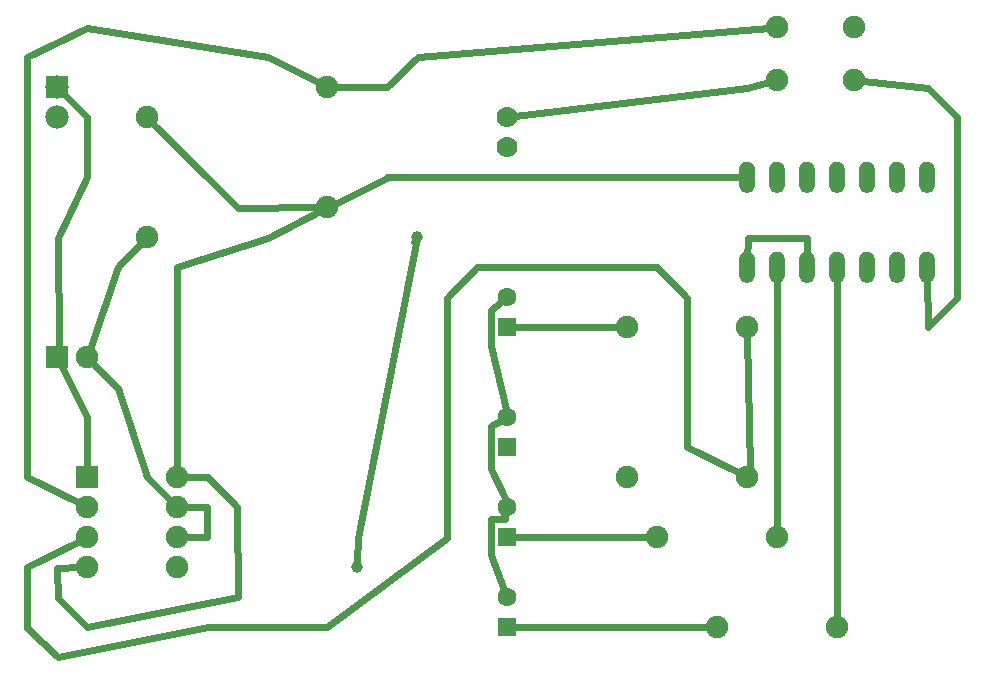
<source format=gbl>
G04 MADE WITH FRITZING*
G04 WWW.FRITZING.ORG*
G04 DOUBLE SIDED*
G04 HOLES PLATED*
G04 CONTOUR ON CENTER OF CONTOUR VECTOR*
%ASAXBY*%
%FSLAX23Y23*%
%MOIN*%
%OFA0B0*%
%SFA1.0B1.0*%
%ADD10C,0.075000*%
%ADD11C,0.070000*%
%ADD12C,0.062992*%
%ADD13C,0.078000*%
%ADD14C,0.052000*%
%ADD15C,0.039370*%
%ADD16R,0.075000X0.075000*%
%ADD17R,0.062992X0.062992*%
%ADD18R,0.078000X0.078000*%
%ADD19C,0.024000*%
%ADD20R,0.001000X0.001000*%
%LNCOPPER0*%
G90*
G70*
G54D10*
X505Y1840D03*
X505Y1440D03*
X205Y1040D03*
X305Y1040D03*
G54D11*
X1705Y1840D03*
X1705Y1740D03*
G54D10*
X1105Y1540D03*
X1105Y1940D03*
X305Y640D03*
X605Y640D03*
X305Y540D03*
X605Y540D03*
X305Y440D03*
X605Y440D03*
X305Y340D03*
X605Y340D03*
G54D12*
X1705Y1141D03*
X1705Y1240D03*
X1705Y141D03*
X1705Y240D03*
X1705Y741D03*
X1705Y840D03*
X1705Y441D03*
X1705Y540D03*
G54D10*
X2605Y2140D03*
X2861Y2140D03*
X2605Y1963D03*
X2861Y1963D03*
G54D13*
X205Y1940D03*
X205Y1840D03*
G54D10*
X2105Y640D03*
X2505Y640D03*
X2205Y440D03*
X2605Y440D03*
X2405Y140D03*
X2805Y140D03*
X2105Y1140D03*
X2505Y1140D03*
G54D14*
X2505Y1340D03*
X2605Y1340D03*
X2705Y1340D03*
X2805Y1340D03*
X2905Y1340D03*
X3005Y1340D03*
X3105Y1340D03*
X3105Y1640D03*
X3005Y1640D03*
X2905Y1640D03*
X2805Y1640D03*
X2705Y1640D03*
X2605Y1640D03*
X2505Y1640D03*
G54D15*
X1205Y340D03*
X1405Y1440D03*
G54D16*
X205Y1040D03*
X305Y640D03*
G54D17*
X1705Y1141D03*
X1705Y141D03*
X1705Y741D03*
X1705Y441D03*
G54D18*
X205Y1940D03*
G54D19*
X2305Y742D02*
X2479Y653D01*
D02*
X2305Y1239D02*
X2305Y742D01*
D02*
X2203Y1341D02*
X2305Y1239D01*
D02*
X1605Y1341D02*
X2203Y1341D01*
D02*
X1503Y438D02*
X1503Y1239D01*
D02*
X1503Y1239D02*
X1605Y1341D01*
D02*
X1105Y141D02*
X1503Y438D01*
D02*
X707Y141D02*
X1105Y141D01*
D02*
X104Y138D02*
X206Y40D01*
D02*
X206Y40D02*
X707Y141D01*
D02*
X105Y341D02*
X104Y138D01*
D02*
X279Y427D02*
X105Y341D01*
D02*
X707Y642D02*
X633Y640D01*
D02*
X806Y241D02*
X804Y540D01*
D02*
X804Y540D02*
X707Y642D01*
D02*
X304Y141D02*
X806Y241D01*
D02*
X206Y239D02*
X304Y141D01*
D02*
X203Y339D02*
X206Y239D01*
D02*
X276Y340D02*
X203Y339D01*
D02*
X906Y1438D02*
X1079Y1527D01*
D02*
X605Y1341D02*
X906Y1438D01*
D02*
X605Y668D02*
X605Y1341D01*
D02*
X906Y2041D02*
X1079Y1953D01*
D02*
X105Y2041D02*
X304Y2138D01*
D02*
X105Y642D02*
X105Y2041D01*
D02*
X304Y2138D02*
X906Y2041D01*
D02*
X279Y553D02*
X105Y642D01*
D02*
X1303Y1640D02*
X2478Y1640D01*
D02*
X1304Y1638D02*
X1303Y1640D01*
D02*
X1130Y1552D02*
X1304Y1638D01*
D02*
X703Y540D02*
X633Y540D01*
D02*
X703Y442D02*
X703Y540D01*
D02*
X633Y440D02*
X703Y442D01*
D02*
X406Y938D02*
X325Y1019D01*
D02*
X503Y642D02*
X406Y938D01*
D02*
X585Y560D02*
X503Y642D01*
D02*
X305Y840D02*
X305Y668D01*
D02*
X304Y841D02*
X305Y840D01*
D02*
X217Y1014D02*
X304Y841D01*
D02*
X806Y1538D02*
X1076Y1540D01*
D02*
X707Y1638D02*
X806Y1538D01*
D02*
X525Y1819D02*
X707Y1638D01*
D02*
X406Y1341D02*
X314Y1067D01*
D02*
X484Y1420D02*
X406Y1341D01*
D02*
X1406Y2041D02*
X2576Y2137D01*
D02*
X1303Y1940D02*
X1406Y2041D01*
D02*
X1133Y1940D02*
X1303Y1940D01*
D02*
X2504Y1939D02*
X2577Y1956D01*
D02*
X1731Y1843D02*
X2504Y1939D01*
D02*
X3203Y1841D02*
X3106Y1939D01*
D02*
X3106Y1939D02*
X2889Y1960D01*
D02*
X3106Y1142D02*
X3203Y1239D01*
D02*
X3203Y1239D02*
X3203Y1438D01*
D02*
X3203Y1438D02*
X3203Y1841D01*
D02*
X3105Y1313D02*
X3106Y1142D01*
D02*
X2506Y1439D02*
X2505Y1367D01*
D02*
X2606Y1438D02*
X2506Y1439D01*
D02*
X2703Y1439D02*
X2606Y1438D01*
D02*
X2704Y1367D02*
X2703Y1439D01*
D02*
X1732Y441D02*
X2176Y440D01*
D02*
X2805Y168D02*
X2805Y1313D01*
D02*
X2605Y468D02*
X2605Y1313D01*
D02*
X1732Y1141D02*
X2076Y1140D01*
D02*
X1732Y141D02*
X2376Y140D01*
D02*
X2514Y667D02*
X2514Y668D01*
D02*
X2514Y668D02*
X2505Y1111D01*
D02*
X1695Y265D02*
X1650Y380D01*
D02*
X1650Y380D02*
X1650Y500D01*
D02*
X1650Y500D02*
X1698Y500D01*
D02*
X1698Y500D02*
X1698Y524D01*
D02*
X1698Y524D02*
X1695Y515D01*
D02*
X1681Y827D02*
X1650Y812D01*
D02*
X1650Y812D02*
X1650Y668D01*
D02*
X1650Y668D02*
X1698Y572D01*
D02*
X1698Y572D02*
X1700Y566D01*
D02*
X1684Y1223D02*
X1650Y1196D01*
D02*
X1650Y1196D02*
X1650Y1076D01*
D02*
X1650Y1076D02*
X1699Y866D01*
D02*
X226Y1919D02*
X304Y1841D01*
D02*
X305Y1640D02*
X206Y1438D01*
D02*
X206Y1438D02*
X210Y1076D01*
D02*
X304Y1841D02*
X305Y1640D01*
D02*
X210Y1076D02*
X209Y1068D01*
D02*
X1404Y1438D02*
X1394Y1424D01*
D02*
X1207Y438D02*
X1404Y1438D01*
D02*
X1205Y359D02*
X1207Y438D01*
G54D20*
X2503Y1692D02*
X2505Y1692D01*
X2603Y1692D02*
X2605Y1692D01*
X2703Y1692D02*
X2705Y1692D01*
X2803Y1692D02*
X2805Y1692D01*
X2903Y1692D02*
X2905Y1692D01*
X3003Y1692D02*
X3005Y1692D01*
X3103Y1692D02*
X3105Y1692D01*
X2497Y1691D02*
X2511Y1691D01*
X2597Y1691D02*
X2611Y1691D01*
X2697Y1691D02*
X2711Y1691D01*
X2797Y1691D02*
X2811Y1691D01*
X2897Y1691D02*
X2911Y1691D01*
X2997Y1691D02*
X3011Y1691D01*
X3097Y1691D02*
X3111Y1691D01*
X2494Y1690D02*
X2514Y1690D01*
X2594Y1690D02*
X2614Y1690D01*
X2694Y1690D02*
X2714Y1690D01*
X2794Y1690D02*
X2814Y1690D01*
X2894Y1690D02*
X2914Y1690D01*
X2994Y1690D02*
X3014Y1690D01*
X3094Y1690D02*
X3114Y1690D01*
X2492Y1689D02*
X2515Y1689D01*
X2592Y1689D02*
X2615Y1689D01*
X2692Y1689D02*
X2715Y1689D01*
X2792Y1689D02*
X2815Y1689D01*
X2892Y1689D02*
X2915Y1689D01*
X2992Y1689D02*
X3015Y1689D01*
X3092Y1689D02*
X3115Y1689D01*
X2491Y1688D02*
X2517Y1688D01*
X2591Y1688D02*
X2617Y1688D01*
X2691Y1688D02*
X2717Y1688D01*
X2791Y1688D02*
X2817Y1688D01*
X2891Y1688D02*
X2917Y1688D01*
X2991Y1688D02*
X3017Y1688D01*
X3091Y1688D02*
X3117Y1688D01*
X2489Y1687D02*
X2519Y1687D01*
X2589Y1687D02*
X2619Y1687D01*
X2689Y1687D02*
X2719Y1687D01*
X2789Y1687D02*
X2819Y1687D01*
X2889Y1687D02*
X2919Y1687D01*
X2989Y1687D02*
X3019Y1687D01*
X3089Y1687D02*
X3119Y1687D01*
X2488Y1686D02*
X2520Y1686D01*
X2588Y1686D02*
X2620Y1686D01*
X2688Y1686D02*
X2720Y1686D01*
X2788Y1686D02*
X2820Y1686D01*
X2888Y1686D02*
X2920Y1686D01*
X2988Y1686D02*
X3020Y1686D01*
X3088Y1686D02*
X3120Y1686D01*
X2487Y1685D02*
X2521Y1685D01*
X2587Y1685D02*
X2621Y1685D01*
X2687Y1685D02*
X2721Y1685D01*
X2787Y1685D02*
X2821Y1685D01*
X2887Y1685D02*
X2921Y1685D01*
X2987Y1685D02*
X3021Y1685D01*
X3087Y1685D02*
X3121Y1685D01*
X2486Y1684D02*
X2522Y1684D01*
X2586Y1684D02*
X2622Y1684D01*
X2686Y1684D02*
X2722Y1684D01*
X2786Y1684D02*
X2822Y1684D01*
X2886Y1684D02*
X2922Y1684D01*
X2986Y1684D02*
X3022Y1684D01*
X3086Y1684D02*
X3122Y1684D01*
X2485Y1683D02*
X2523Y1683D01*
X2585Y1683D02*
X2623Y1683D01*
X2685Y1683D02*
X2723Y1683D01*
X2785Y1683D02*
X2823Y1683D01*
X2885Y1683D02*
X2923Y1683D01*
X2985Y1683D02*
X3023Y1683D01*
X3085Y1683D02*
X3123Y1683D01*
X2484Y1682D02*
X2524Y1682D01*
X2584Y1682D02*
X2624Y1682D01*
X2684Y1682D02*
X2724Y1682D01*
X2784Y1682D02*
X2824Y1682D01*
X2884Y1682D02*
X2924Y1682D01*
X2984Y1682D02*
X3024Y1682D01*
X3084Y1682D02*
X3124Y1682D01*
X2483Y1681D02*
X2525Y1681D01*
X2583Y1681D02*
X2625Y1681D01*
X2683Y1681D02*
X2725Y1681D01*
X2783Y1681D02*
X2825Y1681D01*
X2883Y1681D02*
X2925Y1681D01*
X2983Y1681D02*
X3025Y1681D01*
X3083Y1681D02*
X3125Y1681D01*
X2483Y1680D02*
X2525Y1680D01*
X2583Y1680D02*
X2625Y1680D01*
X2683Y1680D02*
X2725Y1680D01*
X2783Y1680D02*
X2825Y1680D01*
X2883Y1680D02*
X2925Y1680D01*
X2983Y1680D02*
X3025Y1680D01*
X3083Y1680D02*
X3125Y1680D01*
X2482Y1679D02*
X2526Y1679D01*
X2582Y1679D02*
X2626Y1679D01*
X2682Y1679D02*
X2726Y1679D01*
X2782Y1679D02*
X2826Y1679D01*
X2882Y1679D02*
X2926Y1679D01*
X2982Y1679D02*
X3026Y1679D01*
X3082Y1679D02*
X3126Y1679D01*
X2481Y1678D02*
X2526Y1678D01*
X2581Y1678D02*
X2626Y1678D01*
X2681Y1678D02*
X2726Y1678D01*
X2781Y1678D02*
X2826Y1678D01*
X2881Y1678D02*
X2926Y1678D01*
X2981Y1678D02*
X3026Y1678D01*
X3081Y1678D02*
X3126Y1678D01*
X2481Y1677D02*
X2527Y1677D01*
X2581Y1677D02*
X2627Y1677D01*
X2681Y1677D02*
X2727Y1677D01*
X2781Y1677D02*
X2827Y1677D01*
X2881Y1677D02*
X2927Y1677D01*
X2981Y1677D02*
X3027Y1677D01*
X3081Y1677D02*
X3127Y1677D01*
X2480Y1676D02*
X2527Y1676D01*
X2580Y1676D02*
X2627Y1676D01*
X2680Y1676D02*
X2727Y1676D01*
X2780Y1676D02*
X2827Y1676D01*
X2880Y1676D02*
X2927Y1676D01*
X2980Y1676D02*
X3027Y1676D01*
X3080Y1676D02*
X3127Y1676D01*
X2480Y1675D02*
X2528Y1675D01*
X2580Y1675D02*
X2628Y1675D01*
X2680Y1675D02*
X2728Y1675D01*
X2780Y1675D02*
X2828Y1675D01*
X2880Y1675D02*
X2928Y1675D01*
X2980Y1675D02*
X3028Y1675D01*
X3080Y1675D02*
X3128Y1675D01*
X2480Y1674D02*
X2528Y1674D01*
X2580Y1674D02*
X2628Y1674D01*
X2680Y1674D02*
X2728Y1674D01*
X2780Y1674D02*
X2828Y1674D01*
X2880Y1674D02*
X2928Y1674D01*
X2980Y1674D02*
X3028Y1674D01*
X3080Y1674D02*
X3128Y1674D01*
X2479Y1673D02*
X2529Y1673D01*
X2579Y1673D02*
X2628Y1673D01*
X2679Y1673D02*
X2728Y1673D01*
X2779Y1673D02*
X2828Y1673D01*
X2879Y1673D02*
X2928Y1673D01*
X2979Y1673D02*
X3028Y1673D01*
X3079Y1673D02*
X3128Y1673D01*
X2479Y1672D02*
X2529Y1672D01*
X2579Y1672D02*
X2629Y1672D01*
X2679Y1672D02*
X2729Y1672D01*
X2779Y1672D02*
X2829Y1672D01*
X2879Y1672D02*
X2929Y1672D01*
X2979Y1672D02*
X3029Y1672D01*
X3079Y1672D02*
X3129Y1672D01*
X2479Y1671D02*
X2529Y1671D01*
X2579Y1671D02*
X2629Y1671D01*
X2679Y1671D02*
X2729Y1671D01*
X2779Y1671D02*
X2829Y1671D01*
X2879Y1671D02*
X2929Y1671D01*
X2979Y1671D02*
X3029Y1671D01*
X3079Y1671D02*
X3129Y1671D01*
X2479Y1670D02*
X2529Y1670D01*
X2579Y1670D02*
X2629Y1670D01*
X2679Y1670D02*
X2729Y1670D01*
X2779Y1670D02*
X2829Y1670D01*
X2879Y1670D02*
X2929Y1670D01*
X2979Y1670D02*
X3029Y1670D01*
X3079Y1670D02*
X3129Y1670D01*
X2479Y1669D02*
X2529Y1669D01*
X2579Y1669D02*
X2629Y1669D01*
X2679Y1669D02*
X2729Y1669D01*
X2779Y1669D02*
X2829Y1669D01*
X2879Y1669D02*
X2929Y1669D01*
X2979Y1669D02*
X3029Y1669D01*
X3079Y1669D02*
X3129Y1669D01*
X2479Y1668D02*
X2529Y1668D01*
X2579Y1668D02*
X2629Y1668D01*
X2679Y1668D02*
X2729Y1668D01*
X2779Y1668D02*
X2829Y1668D01*
X2879Y1668D02*
X2929Y1668D01*
X2979Y1668D02*
X3029Y1668D01*
X3079Y1668D02*
X3129Y1668D01*
X2479Y1667D02*
X2529Y1667D01*
X2578Y1667D02*
X2629Y1667D01*
X2678Y1667D02*
X2729Y1667D01*
X2778Y1667D02*
X2829Y1667D01*
X2878Y1667D02*
X2929Y1667D01*
X2978Y1667D02*
X3029Y1667D01*
X3078Y1667D02*
X3129Y1667D01*
X2478Y1666D02*
X2529Y1666D01*
X2578Y1666D02*
X2629Y1666D01*
X2678Y1666D02*
X2729Y1666D01*
X2778Y1666D02*
X2829Y1666D01*
X2878Y1666D02*
X2929Y1666D01*
X2978Y1666D02*
X3029Y1666D01*
X3078Y1666D02*
X3129Y1666D01*
X2478Y1665D02*
X2529Y1665D01*
X2578Y1665D02*
X2629Y1665D01*
X2678Y1665D02*
X2729Y1665D01*
X2778Y1665D02*
X2829Y1665D01*
X2878Y1665D02*
X2929Y1665D01*
X2978Y1665D02*
X3029Y1665D01*
X3078Y1665D02*
X3129Y1665D01*
X2478Y1664D02*
X2529Y1664D01*
X2578Y1664D02*
X2629Y1664D01*
X2678Y1664D02*
X2729Y1664D01*
X2778Y1664D02*
X2829Y1664D01*
X2878Y1664D02*
X2929Y1664D01*
X2978Y1664D02*
X3029Y1664D01*
X3078Y1664D02*
X3129Y1664D01*
X2478Y1663D02*
X2529Y1663D01*
X2578Y1663D02*
X2629Y1663D01*
X2678Y1663D02*
X2729Y1663D01*
X2778Y1663D02*
X2829Y1663D01*
X2878Y1663D02*
X2929Y1663D01*
X2978Y1663D02*
X3029Y1663D01*
X3078Y1663D02*
X3129Y1663D01*
X2478Y1662D02*
X2529Y1662D01*
X2578Y1662D02*
X2629Y1662D01*
X2678Y1662D02*
X2729Y1662D01*
X2778Y1662D02*
X2829Y1662D01*
X2878Y1662D02*
X2929Y1662D01*
X2978Y1662D02*
X3029Y1662D01*
X3078Y1662D02*
X3129Y1662D01*
X2478Y1661D02*
X2529Y1661D01*
X2578Y1661D02*
X2629Y1661D01*
X2678Y1661D02*
X2729Y1661D01*
X2778Y1661D02*
X2829Y1661D01*
X2878Y1661D02*
X2929Y1661D01*
X2978Y1661D02*
X3029Y1661D01*
X3078Y1661D02*
X3129Y1661D01*
X2478Y1660D02*
X2529Y1660D01*
X2578Y1660D02*
X2629Y1660D01*
X2678Y1660D02*
X2729Y1660D01*
X2778Y1660D02*
X2829Y1660D01*
X2878Y1660D02*
X2929Y1660D01*
X2978Y1660D02*
X3029Y1660D01*
X3078Y1660D02*
X3129Y1660D01*
X2478Y1659D02*
X2529Y1659D01*
X2578Y1659D02*
X2629Y1659D01*
X2678Y1659D02*
X2729Y1659D01*
X2778Y1659D02*
X2829Y1659D01*
X2878Y1659D02*
X2929Y1659D01*
X2978Y1659D02*
X3029Y1659D01*
X3078Y1659D02*
X3129Y1659D01*
X2478Y1658D02*
X2529Y1658D01*
X2578Y1658D02*
X2629Y1658D01*
X2678Y1658D02*
X2729Y1658D01*
X2778Y1658D02*
X2829Y1658D01*
X2878Y1658D02*
X2929Y1658D01*
X2978Y1658D02*
X3029Y1658D01*
X3078Y1658D02*
X3129Y1658D01*
X2478Y1657D02*
X2529Y1657D01*
X2578Y1657D02*
X2629Y1657D01*
X2678Y1657D02*
X2729Y1657D01*
X2778Y1657D02*
X2829Y1657D01*
X2878Y1657D02*
X2929Y1657D01*
X2978Y1657D02*
X3029Y1657D01*
X3078Y1657D02*
X3129Y1657D01*
X2478Y1656D02*
X2503Y1656D01*
X2505Y1656D02*
X2529Y1656D01*
X2578Y1656D02*
X2603Y1656D01*
X2605Y1656D02*
X2629Y1656D01*
X2678Y1656D02*
X2703Y1656D01*
X2705Y1656D02*
X2729Y1656D01*
X2778Y1656D02*
X2803Y1656D01*
X2805Y1656D02*
X2829Y1656D01*
X2878Y1656D02*
X2903Y1656D01*
X2905Y1656D02*
X2929Y1656D01*
X2978Y1656D02*
X3003Y1656D01*
X3005Y1656D02*
X3029Y1656D01*
X3078Y1656D02*
X3103Y1656D01*
X3105Y1656D02*
X3129Y1656D01*
X2478Y1655D02*
X2498Y1655D01*
X2510Y1655D02*
X2529Y1655D01*
X2578Y1655D02*
X2598Y1655D01*
X2610Y1655D02*
X2629Y1655D01*
X2678Y1655D02*
X2698Y1655D01*
X2710Y1655D02*
X2729Y1655D01*
X2778Y1655D02*
X2798Y1655D01*
X2810Y1655D02*
X2829Y1655D01*
X2878Y1655D02*
X2898Y1655D01*
X2910Y1655D02*
X2929Y1655D01*
X2978Y1655D02*
X2998Y1655D01*
X3010Y1655D02*
X3029Y1655D01*
X3078Y1655D02*
X3098Y1655D01*
X3110Y1655D02*
X3129Y1655D01*
X2478Y1654D02*
X2496Y1654D01*
X2512Y1654D02*
X2529Y1654D01*
X2578Y1654D02*
X2596Y1654D01*
X2612Y1654D02*
X2629Y1654D01*
X2678Y1654D02*
X2696Y1654D01*
X2712Y1654D02*
X2729Y1654D01*
X2778Y1654D02*
X2796Y1654D01*
X2812Y1654D02*
X2829Y1654D01*
X2878Y1654D02*
X2896Y1654D01*
X2912Y1654D02*
X2929Y1654D01*
X2978Y1654D02*
X2996Y1654D01*
X3012Y1654D02*
X3029Y1654D01*
X3078Y1654D02*
X3096Y1654D01*
X3112Y1654D02*
X3129Y1654D01*
X2478Y1653D02*
X2494Y1653D01*
X2514Y1653D02*
X2529Y1653D01*
X2578Y1653D02*
X2594Y1653D01*
X2614Y1653D02*
X2629Y1653D01*
X2678Y1653D02*
X2694Y1653D01*
X2714Y1653D02*
X2729Y1653D01*
X2778Y1653D02*
X2794Y1653D01*
X2814Y1653D02*
X2829Y1653D01*
X2878Y1653D02*
X2894Y1653D01*
X2914Y1653D02*
X2929Y1653D01*
X2978Y1653D02*
X2994Y1653D01*
X3014Y1653D02*
X3029Y1653D01*
X3078Y1653D02*
X3094Y1653D01*
X3114Y1653D02*
X3129Y1653D01*
X2478Y1652D02*
X2493Y1652D01*
X2515Y1652D02*
X2529Y1652D01*
X2578Y1652D02*
X2593Y1652D01*
X2615Y1652D02*
X2629Y1652D01*
X2678Y1652D02*
X2693Y1652D01*
X2715Y1652D02*
X2729Y1652D01*
X2778Y1652D02*
X2793Y1652D01*
X2815Y1652D02*
X2829Y1652D01*
X2878Y1652D02*
X2893Y1652D01*
X2915Y1652D02*
X2929Y1652D01*
X2978Y1652D02*
X2993Y1652D01*
X3015Y1652D02*
X3029Y1652D01*
X3078Y1652D02*
X3093Y1652D01*
X3115Y1652D02*
X3129Y1652D01*
X2478Y1651D02*
X2492Y1651D01*
X2516Y1651D02*
X2529Y1651D01*
X2578Y1651D02*
X2592Y1651D01*
X2616Y1651D02*
X2629Y1651D01*
X2678Y1651D02*
X2692Y1651D01*
X2716Y1651D02*
X2729Y1651D01*
X2778Y1651D02*
X2792Y1651D01*
X2816Y1651D02*
X2829Y1651D01*
X2878Y1651D02*
X2892Y1651D01*
X2916Y1651D02*
X2929Y1651D01*
X2978Y1651D02*
X2992Y1651D01*
X3016Y1651D02*
X3029Y1651D01*
X3078Y1651D02*
X3092Y1651D01*
X3116Y1651D02*
X3129Y1651D01*
X2478Y1650D02*
X2491Y1650D01*
X2517Y1650D02*
X2529Y1650D01*
X2578Y1650D02*
X2591Y1650D01*
X2617Y1650D02*
X2629Y1650D01*
X2678Y1650D02*
X2691Y1650D01*
X2717Y1650D02*
X2729Y1650D01*
X2778Y1650D02*
X2791Y1650D01*
X2817Y1650D02*
X2829Y1650D01*
X2878Y1650D02*
X2891Y1650D01*
X2917Y1650D02*
X2929Y1650D01*
X2978Y1650D02*
X2991Y1650D01*
X3017Y1650D02*
X3029Y1650D01*
X3078Y1650D02*
X3091Y1650D01*
X3117Y1650D02*
X3129Y1650D01*
X2478Y1649D02*
X2490Y1649D01*
X2518Y1649D02*
X2529Y1649D01*
X2578Y1649D02*
X2590Y1649D01*
X2618Y1649D02*
X2629Y1649D01*
X2678Y1649D02*
X2690Y1649D01*
X2718Y1649D02*
X2729Y1649D01*
X2778Y1649D02*
X2790Y1649D01*
X2818Y1649D02*
X2829Y1649D01*
X2878Y1649D02*
X2890Y1649D01*
X2918Y1649D02*
X2929Y1649D01*
X2978Y1649D02*
X2990Y1649D01*
X3018Y1649D02*
X3029Y1649D01*
X3078Y1649D02*
X3090Y1649D01*
X3118Y1649D02*
X3129Y1649D01*
X2478Y1648D02*
X2490Y1648D01*
X2518Y1648D02*
X2529Y1648D01*
X2578Y1648D02*
X2590Y1648D01*
X2618Y1648D02*
X2629Y1648D01*
X2678Y1648D02*
X2690Y1648D01*
X2718Y1648D02*
X2729Y1648D01*
X2778Y1648D02*
X2790Y1648D01*
X2818Y1648D02*
X2829Y1648D01*
X2878Y1648D02*
X2890Y1648D01*
X2918Y1648D02*
X2929Y1648D01*
X2978Y1648D02*
X2990Y1648D01*
X3018Y1648D02*
X3029Y1648D01*
X3078Y1648D02*
X3090Y1648D01*
X3118Y1648D02*
X3129Y1648D01*
X2478Y1647D02*
X2489Y1647D01*
X2519Y1647D02*
X2529Y1647D01*
X2578Y1647D02*
X2589Y1647D01*
X2619Y1647D02*
X2629Y1647D01*
X2678Y1647D02*
X2689Y1647D01*
X2719Y1647D02*
X2729Y1647D01*
X2778Y1647D02*
X2789Y1647D01*
X2819Y1647D02*
X2829Y1647D01*
X2878Y1647D02*
X2889Y1647D01*
X2919Y1647D02*
X2929Y1647D01*
X2978Y1647D02*
X2989Y1647D01*
X3019Y1647D02*
X3029Y1647D01*
X3078Y1647D02*
X3089Y1647D01*
X3119Y1647D02*
X3129Y1647D01*
X2478Y1646D02*
X2489Y1646D01*
X2519Y1646D02*
X2529Y1646D01*
X2578Y1646D02*
X2589Y1646D01*
X2619Y1646D02*
X2629Y1646D01*
X2678Y1646D02*
X2689Y1646D01*
X2719Y1646D02*
X2729Y1646D01*
X2778Y1646D02*
X2789Y1646D01*
X2819Y1646D02*
X2829Y1646D01*
X2878Y1646D02*
X2889Y1646D01*
X2919Y1646D02*
X2929Y1646D01*
X2978Y1646D02*
X2989Y1646D01*
X3019Y1646D02*
X3029Y1646D01*
X3078Y1646D02*
X3089Y1646D01*
X3119Y1646D02*
X3129Y1646D01*
X2478Y1645D02*
X2488Y1645D01*
X2520Y1645D02*
X2529Y1645D01*
X2578Y1645D02*
X2588Y1645D01*
X2620Y1645D02*
X2629Y1645D01*
X2678Y1645D02*
X2688Y1645D01*
X2720Y1645D02*
X2729Y1645D01*
X2778Y1645D02*
X2788Y1645D01*
X2820Y1645D02*
X2829Y1645D01*
X2878Y1645D02*
X2888Y1645D01*
X2920Y1645D02*
X2929Y1645D01*
X2978Y1645D02*
X2988Y1645D01*
X3020Y1645D02*
X3029Y1645D01*
X3078Y1645D02*
X3088Y1645D01*
X3120Y1645D02*
X3129Y1645D01*
X2478Y1644D02*
X2488Y1644D01*
X2520Y1644D02*
X2529Y1644D01*
X2578Y1644D02*
X2588Y1644D01*
X2620Y1644D02*
X2629Y1644D01*
X2678Y1644D02*
X2688Y1644D01*
X2720Y1644D02*
X2729Y1644D01*
X2778Y1644D02*
X2788Y1644D01*
X2820Y1644D02*
X2829Y1644D01*
X2878Y1644D02*
X2888Y1644D01*
X2920Y1644D02*
X2929Y1644D01*
X2978Y1644D02*
X2988Y1644D01*
X3020Y1644D02*
X3029Y1644D01*
X3078Y1644D02*
X3088Y1644D01*
X3120Y1644D02*
X3129Y1644D01*
X2478Y1643D02*
X2488Y1643D01*
X2520Y1643D02*
X2529Y1643D01*
X2578Y1643D02*
X2588Y1643D01*
X2620Y1643D02*
X2629Y1643D01*
X2678Y1643D02*
X2688Y1643D01*
X2720Y1643D02*
X2729Y1643D01*
X2778Y1643D02*
X2788Y1643D01*
X2820Y1643D02*
X2829Y1643D01*
X2878Y1643D02*
X2888Y1643D01*
X2920Y1643D02*
X2929Y1643D01*
X2978Y1643D02*
X2988Y1643D01*
X3020Y1643D02*
X3029Y1643D01*
X3078Y1643D02*
X3088Y1643D01*
X3120Y1643D02*
X3129Y1643D01*
X2478Y1642D02*
X2488Y1642D01*
X2520Y1642D02*
X2529Y1642D01*
X2578Y1642D02*
X2588Y1642D01*
X2620Y1642D02*
X2629Y1642D01*
X2678Y1642D02*
X2688Y1642D01*
X2720Y1642D02*
X2729Y1642D01*
X2778Y1642D02*
X2788Y1642D01*
X2820Y1642D02*
X2829Y1642D01*
X2878Y1642D02*
X2888Y1642D01*
X2920Y1642D02*
X2929Y1642D01*
X2978Y1642D02*
X2988Y1642D01*
X3020Y1642D02*
X3029Y1642D01*
X3078Y1642D02*
X3088Y1642D01*
X3120Y1642D02*
X3129Y1642D01*
X2478Y1641D02*
X2488Y1641D01*
X2520Y1641D02*
X2529Y1641D01*
X2578Y1641D02*
X2588Y1641D01*
X2620Y1641D02*
X2629Y1641D01*
X2678Y1641D02*
X2688Y1641D01*
X2720Y1641D02*
X2729Y1641D01*
X2778Y1641D02*
X2788Y1641D01*
X2820Y1641D02*
X2829Y1641D01*
X2878Y1641D02*
X2888Y1641D01*
X2920Y1641D02*
X2929Y1641D01*
X2978Y1641D02*
X2988Y1641D01*
X3020Y1641D02*
X3029Y1641D01*
X3078Y1641D02*
X3088Y1641D01*
X3120Y1641D02*
X3129Y1641D01*
X2478Y1640D02*
X2487Y1640D01*
X2520Y1640D02*
X2529Y1640D01*
X2578Y1640D02*
X2587Y1640D01*
X2620Y1640D02*
X2629Y1640D01*
X2678Y1640D02*
X2687Y1640D01*
X2720Y1640D02*
X2729Y1640D01*
X2778Y1640D02*
X2787Y1640D01*
X2820Y1640D02*
X2829Y1640D01*
X2878Y1640D02*
X2887Y1640D01*
X2920Y1640D02*
X2929Y1640D01*
X2978Y1640D02*
X2987Y1640D01*
X3020Y1640D02*
X3029Y1640D01*
X3078Y1640D02*
X3087Y1640D01*
X3120Y1640D02*
X3129Y1640D01*
X2478Y1639D02*
X2488Y1639D01*
X2520Y1639D02*
X2529Y1639D01*
X2578Y1639D02*
X2588Y1639D01*
X2620Y1639D02*
X2629Y1639D01*
X2678Y1639D02*
X2688Y1639D01*
X2720Y1639D02*
X2729Y1639D01*
X2778Y1639D02*
X2788Y1639D01*
X2820Y1639D02*
X2829Y1639D01*
X2878Y1639D02*
X2888Y1639D01*
X2920Y1639D02*
X2929Y1639D01*
X2978Y1639D02*
X2988Y1639D01*
X3020Y1639D02*
X3029Y1639D01*
X3078Y1639D02*
X3088Y1639D01*
X3120Y1639D02*
X3129Y1639D01*
X2478Y1638D02*
X2488Y1638D01*
X2520Y1638D02*
X2529Y1638D01*
X2578Y1638D02*
X2588Y1638D01*
X2620Y1638D02*
X2629Y1638D01*
X2678Y1638D02*
X2688Y1638D01*
X2720Y1638D02*
X2729Y1638D01*
X2778Y1638D02*
X2788Y1638D01*
X2820Y1638D02*
X2829Y1638D01*
X2878Y1638D02*
X2888Y1638D01*
X2920Y1638D02*
X2929Y1638D01*
X2978Y1638D02*
X2988Y1638D01*
X3020Y1638D02*
X3029Y1638D01*
X3078Y1638D02*
X3088Y1638D01*
X3120Y1638D02*
X3129Y1638D01*
X2478Y1637D02*
X2488Y1637D01*
X2520Y1637D02*
X2529Y1637D01*
X2578Y1637D02*
X2588Y1637D01*
X2620Y1637D02*
X2629Y1637D01*
X2678Y1637D02*
X2688Y1637D01*
X2720Y1637D02*
X2729Y1637D01*
X2778Y1637D02*
X2788Y1637D01*
X2820Y1637D02*
X2829Y1637D01*
X2878Y1637D02*
X2888Y1637D01*
X2920Y1637D02*
X2929Y1637D01*
X2978Y1637D02*
X2988Y1637D01*
X3020Y1637D02*
X3029Y1637D01*
X3078Y1637D02*
X3088Y1637D01*
X3120Y1637D02*
X3129Y1637D01*
X2478Y1636D02*
X2488Y1636D01*
X2520Y1636D02*
X2529Y1636D01*
X2578Y1636D02*
X2588Y1636D01*
X2620Y1636D02*
X2629Y1636D01*
X2678Y1636D02*
X2688Y1636D01*
X2720Y1636D02*
X2729Y1636D01*
X2778Y1636D02*
X2788Y1636D01*
X2820Y1636D02*
X2829Y1636D01*
X2878Y1636D02*
X2888Y1636D01*
X2920Y1636D02*
X2929Y1636D01*
X2978Y1636D02*
X2988Y1636D01*
X3020Y1636D02*
X3029Y1636D01*
X3078Y1636D02*
X3088Y1636D01*
X3120Y1636D02*
X3129Y1636D01*
X2478Y1635D02*
X2488Y1635D01*
X2520Y1635D02*
X2529Y1635D01*
X2578Y1635D02*
X2588Y1635D01*
X2620Y1635D02*
X2629Y1635D01*
X2678Y1635D02*
X2688Y1635D01*
X2720Y1635D02*
X2729Y1635D01*
X2778Y1635D02*
X2788Y1635D01*
X2820Y1635D02*
X2829Y1635D01*
X2878Y1635D02*
X2888Y1635D01*
X2920Y1635D02*
X2929Y1635D01*
X2978Y1635D02*
X2988Y1635D01*
X3020Y1635D02*
X3029Y1635D01*
X3078Y1635D02*
X3088Y1635D01*
X3119Y1635D02*
X3129Y1635D01*
X2478Y1634D02*
X2489Y1634D01*
X2519Y1634D02*
X2529Y1634D01*
X2578Y1634D02*
X2589Y1634D01*
X2619Y1634D02*
X2629Y1634D01*
X2678Y1634D02*
X2689Y1634D01*
X2719Y1634D02*
X2729Y1634D01*
X2778Y1634D02*
X2789Y1634D01*
X2819Y1634D02*
X2829Y1634D01*
X2878Y1634D02*
X2889Y1634D01*
X2919Y1634D02*
X2929Y1634D01*
X2978Y1634D02*
X2989Y1634D01*
X3019Y1634D02*
X3029Y1634D01*
X3078Y1634D02*
X3089Y1634D01*
X3119Y1634D02*
X3129Y1634D01*
X2478Y1633D02*
X2489Y1633D01*
X2519Y1633D02*
X2529Y1633D01*
X2578Y1633D02*
X2589Y1633D01*
X2619Y1633D02*
X2629Y1633D01*
X2678Y1633D02*
X2689Y1633D01*
X2719Y1633D02*
X2729Y1633D01*
X2778Y1633D02*
X2789Y1633D01*
X2819Y1633D02*
X2829Y1633D01*
X2878Y1633D02*
X2889Y1633D01*
X2919Y1633D02*
X2929Y1633D01*
X2978Y1633D02*
X2989Y1633D01*
X3019Y1633D02*
X3029Y1633D01*
X3078Y1633D02*
X3089Y1633D01*
X3119Y1633D02*
X3129Y1633D01*
X2478Y1632D02*
X2490Y1632D01*
X2518Y1632D02*
X2529Y1632D01*
X2578Y1632D02*
X2590Y1632D01*
X2618Y1632D02*
X2629Y1632D01*
X2678Y1632D02*
X2690Y1632D01*
X2718Y1632D02*
X2729Y1632D01*
X2778Y1632D02*
X2790Y1632D01*
X2818Y1632D02*
X2829Y1632D01*
X2878Y1632D02*
X2890Y1632D01*
X2918Y1632D02*
X2929Y1632D01*
X2978Y1632D02*
X2990Y1632D01*
X3018Y1632D02*
X3029Y1632D01*
X3078Y1632D02*
X3090Y1632D01*
X3118Y1632D02*
X3129Y1632D01*
X2478Y1631D02*
X2490Y1631D01*
X2518Y1631D02*
X2529Y1631D01*
X2578Y1631D02*
X2590Y1631D01*
X2618Y1631D02*
X2629Y1631D01*
X2678Y1631D02*
X2690Y1631D01*
X2718Y1631D02*
X2729Y1631D01*
X2778Y1631D02*
X2790Y1631D01*
X2818Y1631D02*
X2829Y1631D01*
X2878Y1631D02*
X2890Y1631D01*
X2918Y1631D02*
X2929Y1631D01*
X2978Y1631D02*
X2990Y1631D01*
X3018Y1631D02*
X3029Y1631D01*
X3078Y1631D02*
X3090Y1631D01*
X3118Y1631D02*
X3129Y1631D01*
X2478Y1630D02*
X2491Y1630D01*
X2517Y1630D02*
X2529Y1630D01*
X2578Y1630D02*
X2591Y1630D01*
X2617Y1630D02*
X2629Y1630D01*
X2678Y1630D02*
X2691Y1630D01*
X2717Y1630D02*
X2729Y1630D01*
X2778Y1630D02*
X2791Y1630D01*
X2817Y1630D02*
X2829Y1630D01*
X2878Y1630D02*
X2891Y1630D01*
X2917Y1630D02*
X2929Y1630D01*
X2978Y1630D02*
X2991Y1630D01*
X3017Y1630D02*
X3029Y1630D01*
X3078Y1630D02*
X3091Y1630D01*
X3117Y1630D02*
X3129Y1630D01*
X2478Y1629D02*
X2492Y1629D01*
X2516Y1629D02*
X2529Y1629D01*
X2578Y1629D02*
X2592Y1629D01*
X2616Y1629D02*
X2629Y1629D01*
X2678Y1629D02*
X2692Y1629D01*
X2716Y1629D02*
X2729Y1629D01*
X2778Y1629D02*
X2792Y1629D01*
X2816Y1629D02*
X2829Y1629D01*
X2878Y1629D02*
X2892Y1629D01*
X2916Y1629D02*
X2929Y1629D01*
X2978Y1629D02*
X2992Y1629D01*
X3016Y1629D02*
X3029Y1629D01*
X3078Y1629D02*
X3092Y1629D01*
X3116Y1629D02*
X3129Y1629D01*
X2478Y1628D02*
X2493Y1628D01*
X2515Y1628D02*
X2529Y1628D01*
X2578Y1628D02*
X2593Y1628D01*
X2615Y1628D02*
X2629Y1628D01*
X2678Y1628D02*
X2693Y1628D01*
X2715Y1628D02*
X2729Y1628D01*
X2778Y1628D02*
X2793Y1628D01*
X2815Y1628D02*
X2829Y1628D01*
X2878Y1628D02*
X2893Y1628D01*
X2915Y1628D02*
X2929Y1628D01*
X2978Y1628D02*
X2993Y1628D01*
X3015Y1628D02*
X3029Y1628D01*
X3078Y1628D02*
X3093Y1628D01*
X3115Y1628D02*
X3129Y1628D01*
X2478Y1627D02*
X2494Y1627D01*
X2514Y1627D02*
X2529Y1627D01*
X2578Y1627D02*
X2594Y1627D01*
X2614Y1627D02*
X2629Y1627D01*
X2678Y1627D02*
X2694Y1627D01*
X2714Y1627D02*
X2729Y1627D01*
X2778Y1627D02*
X2794Y1627D01*
X2814Y1627D02*
X2829Y1627D01*
X2878Y1627D02*
X2894Y1627D01*
X2914Y1627D02*
X2929Y1627D01*
X2978Y1627D02*
X2994Y1627D01*
X3014Y1627D02*
X3029Y1627D01*
X3078Y1627D02*
X3094Y1627D01*
X3114Y1627D02*
X3129Y1627D01*
X2478Y1626D02*
X2496Y1626D01*
X2512Y1626D02*
X2529Y1626D01*
X2578Y1626D02*
X2596Y1626D01*
X2612Y1626D02*
X2629Y1626D01*
X2678Y1626D02*
X2696Y1626D01*
X2712Y1626D02*
X2729Y1626D01*
X2778Y1626D02*
X2796Y1626D01*
X2812Y1626D02*
X2829Y1626D01*
X2878Y1626D02*
X2896Y1626D01*
X2912Y1626D02*
X2929Y1626D01*
X2978Y1626D02*
X2996Y1626D01*
X3012Y1626D02*
X3029Y1626D01*
X3078Y1626D02*
X3096Y1626D01*
X3112Y1626D02*
X3129Y1626D01*
X2478Y1625D02*
X2498Y1625D01*
X2510Y1625D02*
X2529Y1625D01*
X2578Y1625D02*
X2598Y1625D01*
X2610Y1625D02*
X2629Y1625D01*
X2678Y1625D02*
X2698Y1625D01*
X2710Y1625D02*
X2729Y1625D01*
X2778Y1625D02*
X2798Y1625D01*
X2810Y1625D02*
X2829Y1625D01*
X2878Y1625D02*
X2898Y1625D01*
X2910Y1625D02*
X2929Y1625D01*
X2978Y1625D02*
X2998Y1625D01*
X3010Y1625D02*
X3029Y1625D01*
X3078Y1625D02*
X3098Y1625D01*
X3110Y1625D02*
X3129Y1625D01*
X2478Y1624D02*
X2529Y1624D01*
X2578Y1624D02*
X2629Y1624D01*
X2678Y1624D02*
X2729Y1624D01*
X2778Y1624D02*
X2829Y1624D01*
X2878Y1624D02*
X2929Y1624D01*
X2978Y1624D02*
X3029Y1624D01*
X3078Y1624D02*
X3129Y1624D01*
X2478Y1623D02*
X2529Y1623D01*
X2578Y1623D02*
X2629Y1623D01*
X2678Y1623D02*
X2729Y1623D01*
X2778Y1623D02*
X2829Y1623D01*
X2878Y1623D02*
X2929Y1623D01*
X2978Y1623D02*
X3029Y1623D01*
X3078Y1623D02*
X3129Y1623D01*
X2478Y1622D02*
X2529Y1622D01*
X2578Y1622D02*
X2629Y1622D01*
X2678Y1622D02*
X2729Y1622D01*
X2778Y1622D02*
X2829Y1622D01*
X2878Y1622D02*
X2929Y1622D01*
X2978Y1622D02*
X3029Y1622D01*
X3078Y1622D02*
X3129Y1622D01*
X2478Y1621D02*
X2529Y1621D01*
X2578Y1621D02*
X2629Y1621D01*
X2678Y1621D02*
X2729Y1621D01*
X2778Y1621D02*
X2829Y1621D01*
X2878Y1621D02*
X2929Y1621D01*
X2978Y1621D02*
X3029Y1621D01*
X3078Y1621D02*
X3129Y1621D01*
X2478Y1620D02*
X2529Y1620D01*
X2578Y1620D02*
X2629Y1620D01*
X2678Y1620D02*
X2729Y1620D01*
X2778Y1620D02*
X2829Y1620D01*
X2878Y1620D02*
X2929Y1620D01*
X2978Y1620D02*
X3029Y1620D01*
X3078Y1620D02*
X3129Y1620D01*
X2478Y1619D02*
X2529Y1619D01*
X2578Y1619D02*
X2629Y1619D01*
X2678Y1619D02*
X2729Y1619D01*
X2778Y1619D02*
X2829Y1619D01*
X2878Y1619D02*
X2929Y1619D01*
X2978Y1619D02*
X3029Y1619D01*
X3078Y1619D02*
X3129Y1619D01*
X2478Y1618D02*
X2529Y1618D01*
X2578Y1618D02*
X2629Y1618D01*
X2678Y1618D02*
X2729Y1618D01*
X2778Y1618D02*
X2829Y1618D01*
X2878Y1618D02*
X2929Y1618D01*
X2978Y1618D02*
X3029Y1618D01*
X3078Y1618D02*
X3129Y1618D01*
X2478Y1617D02*
X2529Y1617D01*
X2578Y1617D02*
X2629Y1617D01*
X2678Y1617D02*
X2729Y1617D01*
X2778Y1617D02*
X2829Y1617D01*
X2878Y1617D02*
X2929Y1617D01*
X2978Y1617D02*
X3029Y1617D01*
X3078Y1617D02*
X3129Y1617D01*
X2478Y1616D02*
X2529Y1616D01*
X2578Y1616D02*
X2629Y1616D01*
X2678Y1616D02*
X2729Y1616D01*
X2778Y1616D02*
X2829Y1616D01*
X2878Y1616D02*
X2929Y1616D01*
X2978Y1616D02*
X3029Y1616D01*
X3078Y1616D02*
X3129Y1616D01*
X2478Y1615D02*
X2529Y1615D01*
X2578Y1615D02*
X2629Y1615D01*
X2678Y1615D02*
X2729Y1615D01*
X2778Y1615D02*
X2829Y1615D01*
X2878Y1615D02*
X2929Y1615D01*
X2978Y1615D02*
X3029Y1615D01*
X3078Y1615D02*
X3129Y1615D01*
X2478Y1614D02*
X2529Y1614D01*
X2578Y1614D02*
X2629Y1614D01*
X2678Y1614D02*
X2729Y1614D01*
X2778Y1614D02*
X2829Y1614D01*
X2878Y1614D02*
X2929Y1614D01*
X2978Y1614D02*
X3029Y1614D01*
X3078Y1614D02*
X3129Y1614D01*
X2479Y1613D02*
X2529Y1613D01*
X2579Y1613D02*
X2629Y1613D01*
X2678Y1613D02*
X2729Y1613D01*
X2778Y1613D02*
X2829Y1613D01*
X2878Y1613D02*
X2929Y1613D01*
X2978Y1613D02*
X3029Y1613D01*
X3078Y1613D02*
X3129Y1613D01*
X2479Y1612D02*
X2529Y1612D01*
X2579Y1612D02*
X2629Y1612D01*
X2679Y1612D02*
X2729Y1612D01*
X2779Y1612D02*
X2829Y1612D01*
X2879Y1612D02*
X2929Y1612D01*
X2979Y1612D02*
X3029Y1612D01*
X3079Y1612D02*
X3129Y1612D01*
X2479Y1611D02*
X2529Y1611D01*
X2579Y1611D02*
X2629Y1611D01*
X2679Y1611D02*
X2729Y1611D01*
X2779Y1611D02*
X2829Y1611D01*
X2879Y1611D02*
X2929Y1611D01*
X2979Y1611D02*
X3029Y1611D01*
X3079Y1611D02*
X3129Y1611D01*
X2479Y1610D02*
X2529Y1610D01*
X2579Y1610D02*
X2629Y1610D01*
X2679Y1610D02*
X2729Y1610D01*
X2779Y1610D02*
X2829Y1610D01*
X2879Y1610D02*
X2929Y1610D01*
X2979Y1610D02*
X3029Y1610D01*
X3079Y1610D02*
X3129Y1610D01*
X2479Y1609D02*
X2529Y1609D01*
X2579Y1609D02*
X2629Y1609D01*
X2679Y1609D02*
X2729Y1609D01*
X2779Y1609D02*
X2829Y1609D01*
X2879Y1609D02*
X2929Y1609D01*
X2979Y1609D02*
X3029Y1609D01*
X3079Y1609D02*
X3129Y1609D01*
X2479Y1608D02*
X2529Y1608D01*
X2579Y1608D02*
X2629Y1608D01*
X2679Y1608D02*
X2729Y1608D01*
X2779Y1608D02*
X2829Y1608D01*
X2879Y1608D02*
X2929Y1608D01*
X2979Y1608D02*
X3029Y1608D01*
X3079Y1608D02*
X3129Y1608D01*
X2479Y1607D02*
X2528Y1607D01*
X2579Y1607D02*
X2628Y1607D01*
X2679Y1607D02*
X2728Y1607D01*
X2779Y1607D02*
X2828Y1607D01*
X2879Y1607D02*
X2928Y1607D01*
X2979Y1607D02*
X3028Y1607D01*
X3079Y1607D02*
X3128Y1607D01*
X2480Y1606D02*
X2528Y1606D01*
X2580Y1606D02*
X2628Y1606D01*
X2680Y1606D02*
X2728Y1606D01*
X2780Y1606D02*
X2828Y1606D01*
X2880Y1606D02*
X2928Y1606D01*
X2980Y1606D02*
X3028Y1606D01*
X3080Y1606D02*
X3128Y1606D01*
X2480Y1605D02*
X2528Y1605D01*
X2580Y1605D02*
X2628Y1605D01*
X2680Y1605D02*
X2728Y1605D01*
X2780Y1605D02*
X2828Y1605D01*
X2880Y1605D02*
X2928Y1605D01*
X2980Y1605D02*
X3028Y1605D01*
X3080Y1605D02*
X3128Y1605D01*
X2480Y1604D02*
X2527Y1604D01*
X2580Y1604D02*
X2627Y1604D01*
X2680Y1604D02*
X2727Y1604D01*
X2780Y1604D02*
X2827Y1604D01*
X2880Y1604D02*
X2927Y1604D01*
X2980Y1604D02*
X3027Y1604D01*
X3080Y1604D02*
X3127Y1604D01*
X2481Y1603D02*
X2527Y1603D01*
X2581Y1603D02*
X2627Y1603D01*
X2681Y1603D02*
X2727Y1603D01*
X2781Y1603D02*
X2827Y1603D01*
X2881Y1603D02*
X2927Y1603D01*
X2981Y1603D02*
X3027Y1603D01*
X3081Y1603D02*
X3127Y1603D01*
X2482Y1602D02*
X2526Y1602D01*
X2582Y1602D02*
X2626Y1602D01*
X2682Y1602D02*
X2726Y1602D01*
X2782Y1602D02*
X2826Y1602D01*
X2882Y1602D02*
X2926Y1602D01*
X2982Y1602D02*
X3026Y1602D01*
X3082Y1602D02*
X3126Y1602D01*
X2482Y1601D02*
X2526Y1601D01*
X2582Y1601D02*
X2626Y1601D01*
X2682Y1601D02*
X2726Y1601D01*
X2782Y1601D02*
X2826Y1601D01*
X2882Y1601D02*
X2926Y1601D01*
X2982Y1601D02*
X3026Y1601D01*
X3082Y1601D02*
X3126Y1601D01*
X2483Y1600D02*
X2525Y1600D01*
X2583Y1600D02*
X2625Y1600D01*
X2683Y1600D02*
X2725Y1600D01*
X2783Y1600D02*
X2825Y1600D01*
X2883Y1600D02*
X2925Y1600D01*
X2983Y1600D02*
X3025Y1600D01*
X3083Y1600D02*
X3125Y1600D01*
X2483Y1599D02*
X2525Y1599D01*
X2583Y1599D02*
X2625Y1599D01*
X2683Y1599D02*
X2725Y1599D01*
X2783Y1599D02*
X2825Y1599D01*
X2883Y1599D02*
X2925Y1599D01*
X2983Y1599D02*
X3025Y1599D01*
X3083Y1599D02*
X3125Y1599D01*
X2484Y1598D02*
X2524Y1598D01*
X2584Y1598D02*
X2624Y1598D01*
X2684Y1598D02*
X2724Y1598D01*
X2784Y1598D02*
X2824Y1598D01*
X2884Y1598D02*
X2924Y1598D01*
X2984Y1598D02*
X3024Y1598D01*
X3084Y1598D02*
X3124Y1598D01*
X2485Y1597D02*
X2523Y1597D01*
X2585Y1597D02*
X2623Y1597D01*
X2685Y1597D02*
X2723Y1597D01*
X2785Y1597D02*
X2823Y1597D01*
X2885Y1597D02*
X2923Y1597D01*
X2985Y1597D02*
X3023Y1597D01*
X3085Y1597D02*
X3123Y1597D01*
X2486Y1596D02*
X2522Y1596D01*
X2586Y1596D02*
X2622Y1596D01*
X2686Y1596D02*
X2722Y1596D01*
X2786Y1596D02*
X2822Y1596D01*
X2886Y1596D02*
X2922Y1596D01*
X2986Y1596D02*
X3022Y1596D01*
X3086Y1596D02*
X3122Y1596D01*
X2487Y1595D02*
X2521Y1595D01*
X2587Y1595D02*
X2621Y1595D01*
X2687Y1595D02*
X2721Y1595D01*
X2787Y1595D02*
X2821Y1595D01*
X2887Y1595D02*
X2921Y1595D01*
X2987Y1595D02*
X3021Y1595D01*
X3087Y1595D02*
X3121Y1595D01*
X2488Y1594D02*
X2520Y1594D01*
X2588Y1594D02*
X2620Y1594D01*
X2688Y1594D02*
X2720Y1594D01*
X2788Y1594D02*
X2820Y1594D01*
X2888Y1594D02*
X2920Y1594D01*
X2988Y1594D02*
X3020Y1594D01*
X3088Y1594D02*
X3120Y1594D01*
X2489Y1593D02*
X2519Y1593D01*
X2589Y1593D02*
X2619Y1593D01*
X2689Y1593D02*
X2719Y1593D01*
X2789Y1593D02*
X2819Y1593D01*
X2889Y1593D02*
X2919Y1593D01*
X2989Y1593D02*
X3019Y1593D01*
X3089Y1593D02*
X3119Y1593D01*
X2491Y1592D02*
X2517Y1592D01*
X2591Y1592D02*
X2617Y1592D01*
X2691Y1592D02*
X2717Y1592D01*
X2791Y1592D02*
X2817Y1592D01*
X2891Y1592D02*
X2917Y1592D01*
X2991Y1592D02*
X3017Y1592D01*
X3091Y1592D02*
X3117Y1592D01*
X2493Y1591D02*
X2515Y1591D01*
X2593Y1591D02*
X2615Y1591D01*
X2693Y1591D02*
X2715Y1591D01*
X2793Y1591D02*
X2815Y1591D01*
X2893Y1591D02*
X2915Y1591D01*
X2993Y1591D02*
X3015Y1591D01*
X3093Y1591D02*
X3115Y1591D01*
X2495Y1590D02*
X2513Y1590D01*
X2595Y1590D02*
X2613Y1590D01*
X2695Y1590D02*
X2713Y1590D01*
X2795Y1590D02*
X2813Y1590D01*
X2895Y1590D02*
X2913Y1590D01*
X2995Y1590D02*
X3013Y1590D01*
X3095Y1590D02*
X3113Y1590D01*
X2498Y1589D02*
X2510Y1589D01*
X2598Y1589D02*
X2610Y1589D01*
X2698Y1589D02*
X2710Y1589D01*
X2798Y1589D02*
X2810Y1589D01*
X2898Y1589D02*
X2910Y1589D01*
X2998Y1589D02*
X3010Y1589D01*
X3098Y1589D02*
X3110Y1589D01*
X2502Y1392D02*
X2506Y1392D01*
X2602Y1392D02*
X2606Y1392D01*
X2702Y1392D02*
X2706Y1392D01*
X2802Y1392D02*
X2806Y1392D01*
X2902Y1392D02*
X2905Y1392D01*
X3002Y1392D02*
X3005Y1392D01*
X3102Y1392D02*
X3105Y1392D01*
X2497Y1391D02*
X2511Y1391D01*
X2597Y1391D02*
X2611Y1391D01*
X2697Y1391D02*
X2711Y1391D01*
X2797Y1391D02*
X2811Y1391D01*
X2897Y1391D02*
X2911Y1391D01*
X2997Y1391D02*
X3011Y1391D01*
X3097Y1391D02*
X3111Y1391D01*
X2494Y1390D02*
X2514Y1390D01*
X2594Y1390D02*
X2614Y1390D01*
X2694Y1390D02*
X2714Y1390D01*
X2794Y1390D02*
X2814Y1390D01*
X2894Y1390D02*
X2914Y1390D01*
X2994Y1390D02*
X3014Y1390D01*
X3094Y1390D02*
X3114Y1390D01*
X2492Y1389D02*
X2516Y1389D01*
X2592Y1389D02*
X2616Y1389D01*
X2692Y1389D02*
X2716Y1389D01*
X2792Y1389D02*
X2815Y1389D01*
X2892Y1389D02*
X2915Y1389D01*
X2992Y1389D02*
X3015Y1389D01*
X3092Y1389D02*
X3115Y1389D01*
X2491Y1388D02*
X2517Y1388D01*
X2591Y1388D02*
X2617Y1388D01*
X2691Y1388D02*
X2717Y1388D01*
X2791Y1388D02*
X2817Y1388D01*
X2891Y1388D02*
X2917Y1388D01*
X2991Y1388D02*
X3017Y1388D01*
X3090Y1388D02*
X3117Y1388D01*
X2489Y1387D02*
X2519Y1387D01*
X2589Y1387D02*
X2619Y1387D01*
X2689Y1387D02*
X2719Y1387D01*
X2789Y1387D02*
X2819Y1387D01*
X2889Y1387D02*
X2919Y1387D01*
X2989Y1387D02*
X3019Y1387D01*
X3089Y1387D02*
X3119Y1387D01*
X2488Y1386D02*
X2520Y1386D01*
X2588Y1386D02*
X2620Y1386D01*
X2688Y1386D02*
X2720Y1386D01*
X2788Y1386D02*
X2820Y1386D01*
X2888Y1386D02*
X2920Y1386D01*
X2988Y1386D02*
X3020Y1386D01*
X3088Y1386D02*
X3120Y1386D01*
X2487Y1385D02*
X2521Y1385D01*
X2587Y1385D02*
X2621Y1385D01*
X2687Y1385D02*
X2721Y1385D01*
X2787Y1385D02*
X2821Y1385D01*
X2887Y1385D02*
X2921Y1385D01*
X2987Y1385D02*
X3021Y1385D01*
X3087Y1385D02*
X3121Y1385D01*
X2486Y1384D02*
X2522Y1384D01*
X2586Y1384D02*
X2622Y1384D01*
X2686Y1384D02*
X2722Y1384D01*
X2786Y1384D02*
X2822Y1384D01*
X2886Y1384D02*
X2922Y1384D01*
X2986Y1384D02*
X3022Y1384D01*
X3086Y1384D02*
X3122Y1384D01*
X2485Y1383D02*
X2523Y1383D01*
X2585Y1383D02*
X2623Y1383D01*
X2685Y1383D02*
X2723Y1383D01*
X2785Y1383D02*
X2823Y1383D01*
X2885Y1383D02*
X2923Y1383D01*
X2985Y1383D02*
X3023Y1383D01*
X3085Y1383D02*
X3123Y1383D01*
X2484Y1382D02*
X2524Y1382D01*
X2584Y1382D02*
X2624Y1382D01*
X2684Y1382D02*
X2724Y1382D01*
X2784Y1382D02*
X2824Y1382D01*
X2884Y1382D02*
X2924Y1382D01*
X2984Y1382D02*
X3024Y1382D01*
X3084Y1382D02*
X3124Y1382D01*
X2483Y1381D02*
X2525Y1381D01*
X2583Y1381D02*
X2625Y1381D01*
X2683Y1381D02*
X2725Y1381D01*
X2783Y1381D02*
X2825Y1381D01*
X2883Y1381D02*
X2925Y1381D01*
X2983Y1381D02*
X3025Y1381D01*
X3083Y1381D02*
X3125Y1381D01*
X2483Y1380D02*
X2525Y1380D01*
X2583Y1380D02*
X2625Y1380D01*
X2683Y1380D02*
X2725Y1380D01*
X2783Y1380D02*
X2825Y1380D01*
X2883Y1380D02*
X2925Y1380D01*
X2983Y1380D02*
X3025Y1380D01*
X3082Y1380D02*
X3125Y1380D01*
X2482Y1379D02*
X2526Y1379D01*
X2582Y1379D02*
X2626Y1379D01*
X2682Y1379D02*
X2726Y1379D01*
X2782Y1379D02*
X2826Y1379D01*
X2882Y1379D02*
X2926Y1379D01*
X2982Y1379D02*
X3026Y1379D01*
X3082Y1379D02*
X3126Y1379D01*
X2481Y1378D02*
X2526Y1378D01*
X2581Y1378D02*
X2626Y1378D01*
X2681Y1378D02*
X2726Y1378D01*
X2781Y1378D02*
X2826Y1378D01*
X2881Y1378D02*
X2926Y1378D01*
X2981Y1378D02*
X3026Y1378D01*
X3081Y1378D02*
X3126Y1378D01*
X2481Y1377D02*
X2527Y1377D01*
X2581Y1377D02*
X2627Y1377D01*
X2681Y1377D02*
X2727Y1377D01*
X2781Y1377D02*
X2827Y1377D01*
X2881Y1377D02*
X2927Y1377D01*
X2981Y1377D02*
X3027Y1377D01*
X3081Y1377D02*
X3127Y1377D01*
X2480Y1376D02*
X2527Y1376D01*
X2580Y1376D02*
X2627Y1376D01*
X2680Y1376D02*
X2727Y1376D01*
X2780Y1376D02*
X2827Y1376D01*
X2880Y1376D02*
X2927Y1376D01*
X2980Y1376D02*
X3027Y1376D01*
X3080Y1376D02*
X3127Y1376D01*
X2480Y1375D02*
X2528Y1375D01*
X2580Y1375D02*
X2628Y1375D01*
X2680Y1375D02*
X2728Y1375D01*
X2780Y1375D02*
X2828Y1375D01*
X2880Y1375D02*
X2928Y1375D01*
X2980Y1375D02*
X3028Y1375D01*
X3080Y1375D02*
X3128Y1375D01*
X2480Y1374D02*
X2528Y1374D01*
X2580Y1374D02*
X2628Y1374D01*
X2680Y1374D02*
X2728Y1374D01*
X2780Y1374D02*
X2828Y1374D01*
X2880Y1374D02*
X2928Y1374D01*
X2980Y1374D02*
X3028Y1374D01*
X3080Y1374D02*
X3128Y1374D01*
X2479Y1373D02*
X2529Y1373D01*
X2579Y1373D02*
X2628Y1373D01*
X2679Y1373D02*
X2728Y1373D01*
X2779Y1373D02*
X2828Y1373D01*
X2879Y1373D02*
X2928Y1373D01*
X2979Y1373D02*
X3028Y1373D01*
X3079Y1373D02*
X3128Y1373D01*
X2479Y1372D02*
X2529Y1372D01*
X2579Y1372D02*
X2629Y1372D01*
X2679Y1372D02*
X2729Y1372D01*
X2779Y1372D02*
X2829Y1372D01*
X2879Y1372D02*
X2929Y1372D01*
X2979Y1372D02*
X3029Y1372D01*
X3079Y1372D02*
X3129Y1372D01*
X2479Y1371D02*
X2529Y1371D01*
X2579Y1371D02*
X2629Y1371D01*
X2679Y1371D02*
X2729Y1371D01*
X2779Y1371D02*
X2829Y1371D01*
X2879Y1371D02*
X2929Y1371D01*
X2979Y1371D02*
X3029Y1371D01*
X3079Y1371D02*
X3129Y1371D01*
X2479Y1370D02*
X2529Y1370D01*
X2579Y1370D02*
X2629Y1370D01*
X2679Y1370D02*
X2729Y1370D01*
X2779Y1370D02*
X2829Y1370D01*
X2879Y1370D02*
X2929Y1370D01*
X2979Y1370D02*
X3029Y1370D01*
X3079Y1370D02*
X3129Y1370D01*
X2479Y1369D02*
X2529Y1369D01*
X2579Y1369D02*
X2629Y1369D01*
X2679Y1369D02*
X2729Y1369D01*
X2779Y1369D02*
X2829Y1369D01*
X2879Y1369D02*
X2929Y1369D01*
X2979Y1369D02*
X3029Y1369D01*
X3079Y1369D02*
X3129Y1369D01*
X2479Y1368D02*
X2529Y1368D01*
X2579Y1368D02*
X2629Y1368D01*
X2679Y1368D02*
X2729Y1368D01*
X2779Y1368D02*
X2829Y1368D01*
X2879Y1368D02*
X2929Y1368D01*
X2979Y1368D02*
X3029Y1368D01*
X3079Y1368D02*
X3129Y1368D01*
X2479Y1367D02*
X2529Y1367D01*
X2578Y1367D02*
X2629Y1367D01*
X2678Y1367D02*
X2729Y1367D01*
X2778Y1367D02*
X2829Y1367D01*
X2878Y1367D02*
X2929Y1367D01*
X2978Y1367D02*
X3029Y1367D01*
X3078Y1367D02*
X3129Y1367D01*
X2478Y1366D02*
X2529Y1366D01*
X2578Y1366D02*
X2629Y1366D01*
X2678Y1366D02*
X2729Y1366D01*
X2778Y1366D02*
X2829Y1366D01*
X2878Y1366D02*
X2929Y1366D01*
X2978Y1366D02*
X3029Y1366D01*
X3078Y1366D02*
X3129Y1366D01*
X2478Y1365D02*
X2529Y1365D01*
X2578Y1365D02*
X2629Y1365D01*
X2678Y1365D02*
X2729Y1365D01*
X2778Y1365D02*
X2829Y1365D01*
X2878Y1365D02*
X2929Y1365D01*
X2978Y1365D02*
X3029Y1365D01*
X3078Y1365D02*
X3129Y1365D01*
X2478Y1364D02*
X2529Y1364D01*
X2578Y1364D02*
X2629Y1364D01*
X2678Y1364D02*
X2729Y1364D01*
X2778Y1364D02*
X2829Y1364D01*
X2878Y1364D02*
X2929Y1364D01*
X2978Y1364D02*
X3029Y1364D01*
X3078Y1364D02*
X3129Y1364D01*
X2478Y1363D02*
X2529Y1363D01*
X2578Y1363D02*
X2629Y1363D01*
X2678Y1363D02*
X2729Y1363D01*
X2778Y1363D02*
X2829Y1363D01*
X2878Y1363D02*
X2929Y1363D01*
X2978Y1363D02*
X3029Y1363D01*
X3078Y1363D02*
X3129Y1363D01*
X2478Y1362D02*
X2529Y1362D01*
X2578Y1362D02*
X2629Y1362D01*
X2678Y1362D02*
X2729Y1362D01*
X2778Y1362D02*
X2829Y1362D01*
X2878Y1362D02*
X2929Y1362D01*
X2978Y1362D02*
X3029Y1362D01*
X3078Y1362D02*
X3129Y1362D01*
X2478Y1361D02*
X2529Y1361D01*
X2578Y1361D02*
X2629Y1361D01*
X2678Y1361D02*
X2729Y1361D01*
X2778Y1361D02*
X2829Y1361D01*
X2878Y1361D02*
X2929Y1361D01*
X2978Y1361D02*
X3029Y1361D01*
X3078Y1361D02*
X3129Y1361D01*
X2478Y1360D02*
X2529Y1360D01*
X2578Y1360D02*
X2629Y1360D01*
X2678Y1360D02*
X2729Y1360D01*
X2778Y1360D02*
X2829Y1360D01*
X2878Y1360D02*
X2929Y1360D01*
X2978Y1360D02*
X3029Y1360D01*
X3078Y1360D02*
X3129Y1360D01*
X2478Y1359D02*
X2529Y1359D01*
X2578Y1359D02*
X2629Y1359D01*
X2678Y1359D02*
X2729Y1359D01*
X2778Y1359D02*
X2829Y1359D01*
X2878Y1359D02*
X2929Y1359D01*
X2978Y1359D02*
X3029Y1359D01*
X3078Y1359D02*
X3129Y1359D01*
X2478Y1358D02*
X2529Y1358D01*
X2578Y1358D02*
X2629Y1358D01*
X2678Y1358D02*
X2729Y1358D01*
X2778Y1358D02*
X2829Y1358D01*
X2878Y1358D02*
X2929Y1358D01*
X2978Y1358D02*
X3029Y1358D01*
X3078Y1358D02*
X3129Y1358D01*
X2478Y1357D02*
X2529Y1357D01*
X2578Y1357D02*
X2629Y1357D01*
X2678Y1357D02*
X2729Y1357D01*
X2778Y1357D02*
X2829Y1357D01*
X2878Y1357D02*
X2929Y1357D01*
X2978Y1357D02*
X3029Y1357D01*
X3078Y1357D02*
X3129Y1357D01*
X2478Y1356D02*
X2503Y1356D01*
X2505Y1356D02*
X2529Y1356D01*
X2578Y1356D02*
X2603Y1356D01*
X2605Y1356D02*
X2629Y1356D01*
X2678Y1356D02*
X2702Y1356D01*
X2705Y1356D02*
X2729Y1356D01*
X2778Y1356D02*
X2802Y1356D01*
X2805Y1356D02*
X2829Y1356D01*
X2878Y1356D02*
X2902Y1356D01*
X2905Y1356D02*
X2929Y1356D01*
X2978Y1356D02*
X3002Y1356D01*
X3005Y1356D02*
X3029Y1356D01*
X3078Y1356D02*
X3102Y1356D01*
X3105Y1356D02*
X3129Y1356D01*
X2478Y1355D02*
X2498Y1355D01*
X2510Y1355D02*
X2529Y1355D01*
X2578Y1355D02*
X2598Y1355D01*
X2610Y1355D02*
X2629Y1355D01*
X2678Y1355D02*
X2698Y1355D01*
X2710Y1355D02*
X2729Y1355D01*
X2778Y1355D02*
X2798Y1355D01*
X2810Y1355D02*
X2829Y1355D01*
X2878Y1355D02*
X2898Y1355D01*
X2910Y1355D02*
X2929Y1355D01*
X2978Y1355D02*
X2998Y1355D01*
X3010Y1355D02*
X3029Y1355D01*
X3078Y1355D02*
X3098Y1355D01*
X3110Y1355D02*
X3129Y1355D01*
X2478Y1354D02*
X2496Y1354D01*
X2512Y1354D02*
X2529Y1354D01*
X2578Y1354D02*
X2596Y1354D01*
X2612Y1354D02*
X2629Y1354D01*
X2678Y1354D02*
X2696Y1354D01*
X2712Y1354D02*
X2729Y1354D01*
X2778Y1354D02*
X2796Y1354D01*
X2812Y1354D02*
X2829Y1354D01*
X2878Y1354D02*
X2896Y1354D01*
X2912Y1354D02*
X2929Y1354D01*
X2978Y1354D02*
X2996Y1354D01*
X3012Y1354D02*
X3029Y1354D01*
X3078Y1354D02*
X3096Y1354D01*
X3112Y1354D02*
X3129Y1354D01*
X2478Y1353D02*
X2494Y1353D01*
X2514Y1353D02*
X2529Y1353D01*
X2578Y1353D02*
X2594Y1353D01*
X2614Y1353D02*
X2629Y1353D01*
X2678Y1353D02*
X2694Y1353D01*
X2714Y1353D02*
X2729Y1353D01*
X2778Y1353D02*
X2794Y1353D01*
X2814Y1353D02*
X2829Y1353D01*
X2878Y1353D02*
X2894Y1353D01*
X2914Y1353D02*
X2929Y1353D01*
X2978Y1353D02*
X2994Y1353D01*
X3014Y1353D02*
X3029Y1353D01*
X3078Y1353D02*
X3094Y1353D01*
X3114Y1353D02*
X3129Y1353D01*
X2478Y1352D02*
X2493Y1352D01*
X2515Y1352D02*
X2529Y1352D01*
X2578Y1352D02*
X2593Y1352D01*
X2615Y1352D02*
X2629Y1352D01*
X2678Y1352D02*
X2693Y1352D01*
X2715Y1352D02*
X2729Y1352D01*
X2778Y1352D02*
X2793Y1352D01*
X2815Y1352D02*
X2829Y1352D01*
X2878Y1352D02*
X2893Y1352D01*
X2915Y1352D02*
X2929Y1352D01*
X2978Y1352D02*
X2993Y1352D01*
X3015Y1352D02*
X3029Y1352D01*
X3078Y1352D02*
X3093Y1352D01*
X3115Y1352D02*
X3129Y1352D01*
X2478Y1351D02*
X2492Y1351D01*
X2516Y1351D02*
X2529Y1351D01*
X2578Y1351D02*
X2592Y1351D01*
X2616Y1351D02*
X2629Y1351D01*
X2678Y1351D02*
X2692Y1351D01*
X2716Y1351D02*
X2729Y1351D01*
X2778Y1351D02*
X2792Y1351D01*
X2816Y1351D02*
X2829Y1351D01*
X2878Y1351D02*
X2892Y1351D01*
X2916Y1351D02*
X2929Y1351D01*
X2978Y1351D02*
X2992Y1351D01*
X3016Y1351D02*
X3029Y1351D01*
X3078Y1351D02*
X3092Y1351D01*
X3116Y1351D02*
X3129Y1351D01*
X2478Y1350D02*
X2491Y1350D01*
X2517Y1350D02*
X2529Y1350D01*
X2578Y1350D02*
X2591Y1350D01*
X2617Y1350D02*
X2629Y1350D01*
X2678Y1350D02*
X2691Y1350D01*
X2717Y1350D02*
X2729Y1350D01*
X2778Y1350D02*
X2791Y1350D01*
X2817Y1350D02*
X2829Y1350D01*
X2878Y1350D02*
X2891Y1350D01*
X2917Y1350D02*
X2929Y1350D01*
X2978Y1350D02*
X2991Y1350D01*
X3017Y1350D02*
X3029Y1350D01*
X3078Y1350D02*
X3091Y1350D01*
X3117Y1350D02*
X3129Y1350D01*
X2478Y1349D02*
X2490Y1349D01*
X2518Y1349D02*
X2529Y1349D01*
X2578Y1349D02*
X2590Y1349D01*
X2618Y1349D02*
X2629Y1349D01*
X2678Y1349D02*
X2690Y1349D01*
X2718Y1349D02*
X2729Y1349D01*
X2778Y1349D02*
X2790Y1349D01*
X2818Y1349D02*
X2829Y1349D01*
X2878Y1349D02*
X2890Y1349D01*
X2918Y1349D02*
X2929Y1349D01*
X2978Y1349D02*
X2990Y1349D01*
X3018Y1349D02*
X3029Y1349D01*
X3078Y1349D02*
X3090Y1349D01*
X3118Y1349D02*
X3129Y1349D01*
X2478Y1348D02*
X2490Y1348D01*
X2518Y1348D02*
X2529Y1348D01*
X2578Y1348D02*
X2590Y1348D01*
X2618Y1348D02*
X2629Y1348D01*
X2678Y1348D02*
X2690Y1348D01*
X2718Y1348D02*
X2729Y1348D01*
X2778Y1348D02*
X2790Y1348D01*
X2818Y1348D02*
X2829Y1348D01*
X2878Y1348D02*
X2890Y1348D01*
X2918Y1348D02*
X2929Y1348D01*
X2978Y1348D02*
X2990Y1348D01*
X3018Y1348D02*
X3029Y1348D01*
X3078Y1348D02*
X3090Y1348D01*
X3118Y1348D02*
X3129Y1348D01*
X2478Y1347D02*
X2489Y1347D01*
X2519Y1347D02*
X2529Y1347D01*
X2578Y1347D02*
X2589Y1347D01*
X2619Y1347D02*
X2629Y1347D01*
X2678Y1347D02*
X2689Y1347D01*
X2719Y1347D02*
X2729Y1347D01*
X2778Y1347D02*
X2789Y1347D01*
X2819Y1347D02*
X2829Y1347D01*
X2878Y1347D02*
X2889Y1347D01*
X2919Y1347D02*
X2929Y1347D01*
X2978Y1347D02*
X2989Y1347D01*
X3019Y1347D02*
X3029Y1347D01*
X3078Y1347D02*
X3089Y1347D01*
X3119Y1347D02*
X3129Y1347D01*
X2478Y1346D02*
X2489Y1346D01*
X2519Y1346D02*
X2529Y1346D01*
X2578Y1346D02*
X2589Y1346D01*
X2619Y1346D02*
X2629Y1346D01*
X2678Y1346D02*
X2689Y1346D01*
X2719Y1346D02*
X2729Y1346D01*
X2778Y1346D02*
X2789Y1346D01*
X2819Y1346D02*
X2829Y1346D01*
X2878Y1346D02*
X2889Y1346D01*
X2919Y1346D02*
X2929Y1346D01*
X2978Y1346D02*
X2989Y1346D01*
X3019Y1346D02*
X3029Y1346D01*
X3078Y1346D02*
X3089Y1346D01*
X3119Y1346D02*
X3129Y1346D01*
X2478Y1345D02*
X2488Y1345D01*
X2520Y1345D02*
X2529Y1345D01*
X2578Y1345D02*
X2588Y1345D01*
X2620Y1345D02*
X2629Y1345D01*
X2678Y1345D02*
X2688Y1345D01*
X2720Y1345D02*
X2729Y1345D01*
X2778Y1345D02*
X2788Y1345D01*
X2820Y1345D02*
X2829Y1345D01*
X2878Y1345D02*
X2888Y1345D01*
X2920Y1345D02*
X2929Y1345D01*
X2978Y1345D02*
X2988Y1345D01*
X3020Y1345D02*
X3029Y1345D01*
X3078Y1345D02*
X3088Y1345D01*
X3120Y1345D02*
X3129Y1345D01*
X2478Y1344D02*
X2488Y1344D01*
X2520Y1344D02*
X2529Y1344D01*
X2578Y1344D02*
X2588Y1344D01*
X2620Y1344D02*
X2629Y1344D01*
X2678Y1344D02*
X2688Y1344D01*
X2720Y1344D02*
X2729Y1344D01*
X2778Y1344D02*
X2788Y1344D01*
X2820Y1344D02*
X2829Y1344D01*
X2878Y1344D02*
X2888Y1344D01*
X2920Y1344D02*
X2929Y1344D01*
X2978Y1344D02*
X2988Y1344D01*
X3020Y1344D02*
X3029Y1344D01*
X3078Y1344D02*
X3088Y1344D01*
X3120Y1344D02*
X3129Y1344D01*
X2478Y1343D02*
X2488Y1343D01*
X2520Y1343D02*
X2529Y1343D01*
X2578Y1343D02*
X2588Y1343D01*
X2620Y1343D02*
X2629Y1343D01*
X2678Y1343D02*
X2688Y1343D01*
X2720Y1343D02*
X2729Y1343D01*
X2778Y1343D02*
X2788Y1343D01*
X2820Y1343D02*
X2829Y1343D01*
X2878Y1343D02*
X2888Y1343D01*
X2920Y1343D02*
X2929Y1343D01*
X2978Y1343D02*
X2988Y1343D01*
X3020Y1343D02*
X3029Y1343D01*
X3078Y1343D02*
X3088Y1343D01*
X3120Y1343D02*
X3129Y1343D01*
X2478Y1342D02*
X2488Y1342D01*
X2520Y1342D02*
X2529Y1342D01*
X2578Y1342D02*
X2588Y1342D01*
X2620Y1342D02*
X2629Y1342D01*
X2678Y1342D02*
X2688Y1342D01*
X2720Y1342D02*
X2729Y1342D01*
X2778Y1342D02*
X2788Y1342D01*
X2820Y1342D02*
X2829Y1342D01*
X2878Y1342D02*
X2888Y1342D01*
X2920Y1342D02*
X2929Y1342D01*
X2978Y1342D02*
X2988Y1342D01*
X3020Y1342D02*
X3029Y1342D01*
X3078Y1342D02*
X3088Y1342D01*
X3120Y1342D02*
X3129Y1342D01*
X2478Y1341D02*
X2488Y1341D01*
X2520Y1341D02*
X2529Y1341D01*
X2578Y1341D02*
X2588Y1341D01*
X2620Y1341D02*
X2629Y1341D01*
X2678Y1341D02*
X2688Y1341D01*
X2720Y1341D02*
X2729Y1341D01*
X2778Y1341D02*
X2788Y1341D01*
X2820Y1341D02*
X2829Y1341D01*
X2878Y1341D02*
X2888Y1341D01*
X2920Y1341D02*
X2929Y1341D01*
X2978Y1341D02*
X2988Y1341D01*
X3020Y1341D02*
X3029Y1341D01*
X3078Y1341D02*
X3087Y1341D01*
X3120Y1341D02*
X3129Y1341D01*
X2478Y1340D02*
X2487Y1340D01*
X2520Y1340D02*
X2529Y1340D01*
X2578Y1340D02*
X2587Y1340D01*
X2620Y1340D02*
X2629Y1340D01*
X2678Y1340D02*
X2687Y1340D01*
X2720Y1340D02*
X2729Y1340D01*
X2778Y1340D02*
X2787Y1340D01*
X2820Y1340D02*
X2829Y1340D01*
X2878Y1340D02*
X2887Y1340D01*
X2920Y1340D02*
X2929Y1340D01*
X2978Y1340D02*
X2987Y1340D01*
X3020Y1340D02*
X3029Y1340D01*
X3078Y1340D02*
X3087Y1340D01*
X3120Y1340D02*
X3129Y1340D01*
X2478Y1339D02*
X2488Y1339D01*
X2520Y1339D02*
X2529Y1339D01*
X2578Y1339D02*
X2588Y1339D01*
X2620Y1339D02*
X2629Y1339D01*
X2678Y1339D02*
X2688Y1339D01*
X2720Y1339D02*
X2729Y1339D01*
X2778Y1339D02*
X2788Y1339D01*
X2820Y1339D02*
X2829Y1339D01*
X2878Y1339D02*
X2888Y1339D01*
X2920Y1339D02*
X2929Y1339D01*
X2978Y1339D02*
X2988Y1339D01*
X3020Y1339D02*
X3029Y1339D01*
X3078Y1339D02*
X3088Y1339D01*
X3120Y1339D02*
X3129Y1339D01*
X2478Y1338D02*
X2488Y1338D01*
X2520Y1338D02*
X2529Y1338D01*
X2578Y1338D02*
X2588Y1338D01*
X2620Y1338D02*
X2629Y1338D01*
X2678Y1338D02*
X2688Y1338D01*
X2720Y1338D02*
X2729Y1338D01*
X2778Y1338D02*
X2788Y1338D01*
X2820Y1338D02*
X2829Y1338D01*
X2878Y1338D02*
X2888Y1338D01*
X2920Y1338D02*
X2929Y1338D01*
X2978Y1338D02*
X2988Y1338D01*
X3020Y1338D02*
X3029Y1338D01*
X3078Y1338D02*
X3088Y1338D01*
X3120Y1338D02*
X3129Y1338D01*
X2478Y1337D02*
X2488Y1337D01*
X2520Y1337D02*
X2529Y1337D01*
X2578Y1337D02*
X2588Y1337D01*
X2620Y1337D02*
X2629Y1337D01*
X2678Y1337D02*
X2688Y1337D01*
X2720Y1337D02*
X2729Y1337D01*
X2778Y1337D02*
X2788Y1337D01*
X2820Y1337D02*
X2829Y1337D01*
X2878Y1337D02*
X2888Y1337D01*
X2920Y1337D02*
X2929Y1337D01*
X2978Y1337D02*
X2988Y1337D01*
X3020Y1337D02*
X3029Y1337D01*
X3078Y1337D02*
X3088Y1337D01*
X3120Y1337D02*
X3129Y1337D01*
X2478Y1336D02*
X2488Y1336D01*
X2520Y1336D02*
X2529Y1336D01*
X2578Y1336D02*
X2588Y1336D01*
X2620Y1336D02*
X2629Y1336D01*
X2678Y1336D02*
X2688Y1336D01*
X2720Y1336D02*
X2729Y1336D01*
X2778Y1336D02*
X2788Y1336D01*
X2820Y1336D02*
X2829Y1336D01*
X2878Y1336D02*
X2888Y1336D01*
X2920Y1336D02*
X2929Y1336D01*
X2978Y1336D02*
X2988Y1336D01*
X3020Y1336D02*
X3029Y1336D01*
X3078Y1336D02*
X3088Y1336D01*
X3120Y1336D02*
X3129Y1336D01*
X2478Y1335D02*
X2488Y1335D01*
X2520Y1335D02*
X2529Y1335D01*
X2578Y1335D02*
X2588Y1335D01*
X2620Y1335D02*
X2629Y1335D01*
X2678Y1335D02*
X2688Y1335D01*
X2720Y1335D02*
X2729Y1335D01*
X2778Y1335D02*
X2788Y1335D01*
X2820Y1335D02*
X2829Y1335D01*
X2878Y1335D02*
X2888Y1335D01*
X2920Y1335D02*
X2929Y1335D01*
X2978Y1335D02*
X2988Y1335D01*
X3019Y1335D02*
X3029Y1335D01*
X3078Y1335D02*
X3088Y1335D01*
X3119Y1335D02*
X3129Y1335D01*
X2478Y1334D02*
X2489Y1334D01*
X2519Y1334D02*
X2529Y1334D01*
X2578Y1334D02*
X2589Y1334D01*
X2619Y1334D02*
X2629Y1334D01*
X2678Y1334D02*
X2689Y1334D01*
X2719Y1334D02*
X2729Y1334D01*
X2778Y1334D02*
X2789Y1334D01*
X2819Y1334D02*
X2829Y1334D01*
X2878Y1334D02*
X2889Y1334D01*
X2919Y1334D02*
X2929Y1334D01*
X2978Y1334D02*
X2989Y1334D01*
X3019Y1334D02*
X3029Y1334D01*
X3078Y1334D02*
X3089Y1334D01*
X3119Y1334D02*
X3129Y1334D01*
X2478Y1333D02*
X2489Y1333D01*
X2519Y1333D02*
X2529Y1333D01*
X2578Y1333D02*
X2589Y1333D01*
X2619Y1333D02*
X2629Y1333D01*
X2678Y1333D02*
X2689Y1333D01*
X2719Y1333D02*
X2729Y1333D01*
X2778Y1333D02*
X2789Y1333D01*
X2819Y1333D02*
X2829Y1333D01*
X2878Y1333D02*
X2889Y1333D01*
X2919Y1333D02*
X2929Y1333D01*
X2978Y1333D02*
X2989Y1333D01*
X3019Y1333D02*
X3029Y1333D01*
X3078Y1333D02*
X3089Y1333D01*
X3119Y1333D02*
X3129Y1333D01*
X2478Y1332D02*
X2490Y1332D01*
X2518Y1332D02*
X2529Y1332D01*
X2578Y1332D02*
X2590Y1332D01*
X2618Y1332D02*
X2629Y1332D01*
X2678Y1332D02*
X2690Y1332D01*
X2718Y1332D02*
X2729Y1332D01*
X2778Y1332D02*
X2790Y1332D01*
X2818Y1332D02*
X2829Y1332D01*
X2878Y1332D02*
X2890Y1332D01*
X2918Y1332D02*
X2929Y1332D01*
X2978Y1332D02*
X2990Y1332D01*
X3018Y1332D02*
X3029Y1332D01*
X3078Y1332D02*
X3090Y1332D01*
X3118Y1332D02*
X3129Y1332D01*
X2478Y1331D02*
X2490Y1331D01*
X2518Y1331D02*
X2529Y1331D01*
X2578Y1331D02*
X2590Y1331D01*
X2618Y1331D02*
X2629Y1331D01*
X2678Y1331D02*
X2690Y1331D01*
X2718Y1331D02*
X2729Y1331D01*
X2778Y1331D02*
X2790Y1331D01*
X2818Y1331D02*
X2829Y1331D01*
X2878Y1331D02*
X2890Y1331D01*
X2918Y1331D02*
X2929Y1331D01*
X2978Y1331D02*
X2990Y1331D01*
X3018Y1331D02*
X3029Y1331D01*
X3078Y1331D02*
X3090Y1331D01*
X3118Y1331D02*
X3129Y1331D01*
X2478Y1330D02*
X2491Y1330D01*
X2517Y1330D02*
X2529Y1330D01*
X2578Y1330D02*
X2591Y1330D01*
X2617Y1330D02*
X2629Y1330D01*
X2678Y1330D02*
X2691Y1330D01*
X2717Y1330D02*
X2729Y1330D01*
X2778Y1330D02*
X2791Y1330D01*
X2817Y1330D02*
X2829Y1330D01*
X2878Y1330D02*
X2891Y1330D01*
X2917Y1330D02*
X2929Y1330D01*
X2978Y1330D02*
X2991Y1330D01*
X3017Y1330D02*
X3029Y1330D01*
X3078Y1330D02*
X3091Y1330D01*
X3117Y1330D02*
X3129Y1330D01*
X2478Y1329D02*
X2492Y1329D01*
X2516Y1329D02*
X2529Y1329D01*
X2578Y1329D02*
X2592Y1329D01*
X2616Y1329D02*
X2629Y1329D01*
X2678Y1329D02*
X2692Y1329D01*
X2716Y1329D02*
X2729Y1329D01*
X2778Y1329D02*
X2792Y1329D01*
X2816Y1329D02*
X2829Y1329D01*
X2878Y1329D02*
X2892Y1329D01*
X2916Y1329D02*
X2929Y1329D01*
X2978Y1329D02*
X2992Y1329D01*
X3016Y1329D02*
X3029Y1329D01*
X3078Y1329D02*
X3092Y1329D01*
X3116Y1329D02*
X3129Y1329D01*
X2478Y1328D02*
X2493Y1328D01*
X2515Y1328D02*
X2529Y1328D01*
X2578Y1328D02*
X2593Y1328D01*
X2615Y1328D02*
X2629Y1328D01*
X2678Y1328D02*
X2693Y1328D01*
X2715Y1328D02*
X2729Y1328D01*
X2778Y1328D02*
X2793Y1328D01*
X2815Y1328D02*
X2829Y1328D01*
X2878Y1328D02*
X2893Y1328D01*
X2915Y1328D02*
X2929Y1328D01*
X2978Y1328D02*
X2993Y1328D01*
X3015Y1328D02*
X3029Y1328D01*
X3078Y1328D02*
X3093Y1328D01*
X3115Y1328D02*
X3129Y1328D01*
X2478Y1327D02*
X2494Y1327D01*
X2514Y1327D02*
X2529Y1327D01*
X2578Y1327D02*
X2594Y1327D01*
X2614Y1327D02*
X2629Y1327D01*
X2678Y1327D02*
X2694Y1327D01*
X2714Y1327D02*
X2729Y1327D01*
X2778Y1327D02*
X2794Y1327D01*
X2814Y1327D02*
X2829Y1327D01*
X2878Y1327D02*
X2894Y1327D01*
X2914Y1327D02*
X2929Y1327D01*
X2978Y1327D02*
X2994Y1327D01*
X3014Y1327D02*
X3029Y1327D01*
X3078Y1327D02*
X3094Y1327D01*
X3114Y1327D02*
X3129Y1327D01*
X2478Y1326D02*
X2496Y1326D01*
X2512Y1326D02*
X2529Y1326D01*
X2578Y1326D02*
X2596Y1326D01*
X2612Y1326D02*
X2629Y1326D01*
X2678Y1326D02*
X2696Y1326D01*
X2712Y1326D02*
X2729Y1326D01*
X2778Y1326D02*
X2796Y1326D01*
X2812Y1326D02*
X2829Y1326D01*
X2878Y1326D02*
X2896Y1326D01*
X2912Y1326D02*
X2929Y1326D01*
X2978Y1326D02*
X2996Y1326D01*
X3012Y1326D02*
X3029Y1326D01*
X3078Y1326D02*
X3096Y1326D01*
X3112Y1326D02*
X3129Y1326D01*
X2478Y1325D02*
X2498Y1325D01*
X2510Y1325D02*
X2529Y1325D01*
X2578Y1325D02*
X2598Y1325D01*
X2610Y1325D02*
X2629Y1325D01*
X2678Y1325D02*
X2698Y1325D01*
X2710Y1325D02*
X2729Y1325D01*
X2778Y1325D02*
X2798Y1325D01*
X2809Y1325D02*
X2829Y1325D01*
X2878Y1325D02*
X2898Y1325D01*
X2909Y1325D02*
X2929Y1325D01*
X2978Y1325D02*
X2998Y1325D01*
X3009Y1325D02*
X3029Y1325D01*
X3078Y1325D02*
X3098Y1325D01*
X3109Y1325D02*
X3129Y1325D01*
X2478Y1324D02*
X2529Y1324D01*
X2578Y1324D02*
X2629Y1324D01*
X2678Y1324D02*
X2729Y1324D01*
X2778Y1324D02*
X2829Y1324D01*
X2878Y1324D02*
X2929Y1324D01*
X2978Y1324D02*
X3029Y1324D01*
X3078Y1324D02*
X3129Y1324D01*
X2478Y1323D02*
X2529Y1323D01*
X2578Y1323D02*
X2629Y1323D01*
X2678Y1323D02*
X2729Y1323D01*
X2778Y1323D02*
X2829Y1323D01*
X2878Y1323D02*
X2929Y1323D01*
X2978Y1323D02*
X3029Y1323D01*
X3078Y1323D02*
X3129Y1323D01*
X2478Y1322D02*
X2529Y1322D01*
X2578Y1322D02*
X2629Y1322D01*
X2678Y1322D02*
X2729Y1322D01*
X2778Y1322D02*
X2829Y1322D01*
X2878Y1322D02*
X2929Y1322D01*
X2978Y1322D02*
X3029Y1322D01*
X3078Y1322D02*
X3129Y1322D01*
X2478Y1321D02*
X2529Y1321D01*
X2578Y1321D02*
X2629Y1321D01*
X2678Y1321D02*
X2729Y1321D01*
X2778Y1321D02*
X2829Y1321D01*
X2878Y1321D02*
X2929Y1321D01*
X2978Y1321D02*
X3029Y1321D01*
X3078Y1321D02*
X3129Y1321D01*
X2478Y1320D02*
X2529Y1320D01*
X2578Y1320D02*
X2629Y1320D01*
X2678Y1320D02*
X2729Y1320D01*
X2778Y1320D02*
X2829Y1320D01*
X2878Y1320D02*
X2929Y1320D01*
X2978Y1320D02*
X3029Y1320D01*
X3078Y1320D02*
X3129Y1320D01*
X2478Y1319D02*
X2529Y1319D01*
X2578Y1319D02*
X2629Y1319D01*
X2678Y1319D02*
X2729Y1319D01*
X2778Y1319D02*
X2829Y1319D01*
X2878Y1319D02*
X2929Y1319D01*
X2978Y1319D02*
X3029Y1319D01*
X3078Y1319D02*
X3129Y1319D01*
X2478Y1318D02*
X2529Y1318D01*
X2578Y1318D02*
X2629Y1318D01*
X2678Y1318D02*
X2729Y1318D01*
X2778Y1318D02*
X2829Y1318D01*
X2878Y1318D02*
X2929Y1318D01*
X2978Y1318D02*
X3029Y1318D01*
X3078Y1318D02*
X3129Y1318D01*
X2478Y1317D02*
X2529Y1317D01*
X2578Y1317D02*
X2629Y1317D01*
X2678Y1317D02*
X2729Y1317D01*
X2778Y1317D02*
X2829Y1317D01*
X2878Y1317D02*
X2929Y1317D01*
X2978Y1317D02*
X3029Y1317D01*
X3078Y1317D02*
X3129Y1317D01*
X2478Y1316D02*
X2529Y1316D01*
X2578Y1316D02*
X2629Y1316D01*
X2678Y1316D02*
X2729Y1316D01*
X2778Y1316D02*
X2829Y1316D01*
X2878Y1316D02*
X2929Y1316D01*
X2978Y1316D02*
X3029Y1316D01*
X3078Y1316D02*
X3129Y1316D01*
X2478Y1315D02*
X2529Y1315D01*
X2578Y1315D02*
X2629Y1315D01*
X2678Y1315D02*
X2729Y1315D01*
X2778Y1315D02*
X2829Y1315D01*
X2878Y1315D02*
X2929Y1315D01*
X2978Y1315D02*
X3029Y1315D01*
X3078Y1315D02*
X3129Y1315D01*
X2478Y1314D02*
X2529Y1314D01*
X2578Y1314D02*
X2629Y1314D01*
X2678Y1314D02*
X2729Y1314D01*
X2778Y1314D02*
X2829Y1314D01*
X2878Y1314D02*
X2929Y1314D01*
X2978Y1314D02*
X3029Y1314D01*
X3078Y1314D02*
X3129Y1314D01*
X2479Y1313D02*
X2529Y1313D01*
X2579Y1313D02*
X2629Y1313D01*
X2678Y1313D02*
X2729Y1313D01*
X2778Y1313D02*
X2829Y1313D01*
X2878Y1313D02*
X2929Y1313D01*
X2978Y1313D02*
X3029Y1313D01*
X3078Y1313D02*
X3129Y1313D01*
X2479Y1312D02*
X2529Y1312D01*
X2579Y1312D02*
X2629Y1312D01*
X2679Y1312D02*
X2729Y1312D01*
X2779Y1312D02*
X2829Y1312D01*
X2879Y1312D02*
X2929Y1312D01*
X2979Y1312D02*
X3029Y1312D01*
X3079Y1312D02*
X3129Y1312D01*
X2479Y1311D02*
X2529Y1311D01*
X2579Y1311D02*
X2629Y1311D01*
X2679Y1311D02*
X2729Y1311D01*
X2779Y1311D02*
X2829Y1311D01*
X2879Y1311D02*
X2929Y1311D01*
X2979Y1311D02*
X3029Y1311D01*
X3079Y1311D02*
X3129Y1311D01*
X2479Y1310D02*
X2529Y1310D01*
X2579Y1310D02*
X2629Y1310D01*
X2679Y1310D02*
X2729Y1310D01*
X2779Y1310D02*
X2829Y1310D01*
X2879Y1310D02*
X2929Y1310D01*
X2979Y1310D02*
X3029Y1310D01*
X3079Y1310D02*
X3129Y1310D01*
X2479Y1309D02*
X2529Y1309D01*
X2579Y1309D02*
X2629Y1309D01*
X2679Y1309D02*
X2729Y1309D01*
X2779Y1309D02*
X2829Y1309D01*
X2879Y1309D02*
X2929Y1309D01*
X2979Y1309D02*
X3029Y1309D01*
X3079Y1309D02*
X3129Y1309D01*
X2479Y1308D02*
X2529Y1308D01*
X2579Y1308D02*
X2629Y1308D01*
X2679Y1308D02*
X2729Y1308D01*
X2779Y1308D02*
X2829Y1308D01*
X2879Y1308D02*
X2929Y1308D01*
X2979Y1308D02*
X3029Y1308D01*
X3079Y1308D02*
X3129Y1308D01*
X2479Y1307D02*
X2528Y1307D01*
X2579Y1307D02*
X2628Y1307D01*
X2679Y1307D02*
X2728Y1307D01*
X2779Y1307D02*
X2828Y1307D01*
X2879Y1307D02*
X2928Y1307D01*
X2979Y1307D02*
X3028Y1307D01*
X3079Y1307D02*
X3128Y1307D01*
X2480Y1306D02*
X2528Y1306D01*
X2580Y1306D02*
X2628Y1306D01*
X2680Y1306D02*
X2728Y1306D01*
X2780Y1306D02*
X2828Y1306D01*
X2880Y1306D02*
X2928Y1306D01*
X2980Y1306D02*
X3028Y1306D01*
X3080Y1306D02*
X3128Y1306D01*
X2480Y1305D02*
X2528Y1305D01*
X2580Y1305D02*
X2628Y1305D01*
X2680Y1305D02*
X2728Y1305D01*
X2780Y1305D02*
X2828Y1305D01*
X2880Y1305D02*
X2928Y1305D01*
X2980Y1305D02*
X3028Y1305D01*
X3080Y1305D02*
X3128Y1305D01*
X2481Y1304D02*
X2527Y1304D01*
X2581Y1304D02*
X2627Y1304D01*
X2680Y1304D02*
X2727Y1304D01*
X2780Y1304D02*
X2827Y1304D01*
X2880Y1304D02*
X2927Y1304D01*
X2980Y1304D02*
X3027Y1304D01*
X3080Y1304D02*
X3127Y1304D01*
X2481Y1303D02*
X2527Y1303D01*
X2581Y1303D02*
X2627Y1303D01*
X2681Y1303D02*
X2727Y1303D01*
X2781Y1303D02*
X2827Y1303D01*
X2881Y1303D02*
X2927Y1303D01*
X2981Y1303D02*
X3027Y1303D01*
X3081Y1303D02*
X3127Y1303D01*
X2482Y1302D02*
X2526Y1302D01*
X2582Y1302D02*
X2626Y1302D01*
X2682Y1302D02*
X2726Y1302D01*
X2782Y1302D02*
X2826Y1302D01*
X2882Y1302D02*
X2926Y1302D01*
X2982Y1302D02*
X3026Y1302D01*
X3082Y1302D02*
X3126Y1302D01*
X2482Y1301D02*
X2526Y1301D01*
X2582Y1301D02*
X2626Y1301D01*
X2682Y1301D02*
X2726Y1301D01*
X2782Y1301D02*
X2826Y1301D01*
X2882Y1301D02*
X2926Y1301D01*
X2982Y1301D02*
X3026Y1301D01*
X3082Y1301D02*
X3126Y1301D01*
X2483Y1300D02*
X2525Y1300D01*
X2583Y1300D02*
X2625Y1300D01*
X2683Y1300D02*
X2725Y1300D01*
X2783Y1300D02*
X2825Y1300D01*
X2883Y1300D02*
X2925Y1300D01*
X2983Y1300D02*
X3025Y1300D01*
X3083Y1300D02*
X3125Y1300D01*
X2483Y1299D02*
X2525Y1299D01*
X2583Y1299D02*
X2625Y1299D01*
X2683Y1299D02*
X2725Y1299D01*
X2783Y1299D02*
X2825Y1299D01*
X2883Y1299D02*
X2925Y1299D01*
X2983Y1299D02*
X3025Y1299D01*
X3083Y1299D02*
X3124Y1299D01*
X2484Y1298D02*
X2524Y1298D01*
X2584Y1298D02*
X2624Y1298D01*
X2684Y1298D02*
X2724Y1298D01*
X2784Y1298D02*
X2824Y1298D01*
X2884Y1298D02*
X2924Y1298D01*
X2984Y1298D02*
X3024Y1298D01*
X3084Y1298D02*
X3124Y1298D01*
X2485Y1297D02*
X2523Y1297D01*
X2585Y1297D02*
X2623Y1297D01*
X2685Y1297D02*
X2723Y1297D01*
X2785Y1297D02*
X2823Y1297D01*
X2885Y1297D02*
X2923Y1297D01*
X2985Y1297D02*
X3023Y1297D01*
X3085Y1297D02*
X3123Y1297D01*
X2486Y1296D02*
X2522Y1296D01*
X2586Y1296D02*
X2622Y1296D01*
X2686Y1296D02*
X2722Y1296D01*
X2786Y1296D02*
X2822Y1296D01*
X2886Y1296D02*
X2922Y1296D01*
X2986Y1296D02*
X3022Y1296D01*
X3086Y1296D02*
X3122Y1296D01*
X2487Y1295D02*
X2521Y1295D01*
X2587Y1295D02*
X2621Y1295D01*
X2687Y1295D02*
X2721Y1295D01*
X2787Y1295D02*
X2821Y1295D01*
X2887Y1295D02*
X2921Y1295D01*
X2987Y1295D02*
X3021Y1295D01*
X3087Y1295D02*
X3121Y1295D01*
X2488Y1294D02*
X2520Y1294D01*
X2588Y1294D02*
X2620Y1294D01*
X2688Y1294D02*
X2720Y1294D01*
X2788Y1294D02*
X2820Y1294D01*
X2888Y1294D02*
X2920Y1294D01*
X2988Y1294D02*
X3020Y1294D01*
X3088Y1294D02*
X3120Y1294D01*
X2489Y1293D02*
X2519Y1293D01*
X2589Y1293D02*
X2619Y1293D01*
X2689Y1293D02*
X2719Y1293D01*
X2789Y1293D02*
X2819Y1293D01*
X2889Y1293D02*
X2919Y1293D01*
X2989Y1293D02*
X3019Y1293D01*
X3089Y1293D02*
X3118Y1293D01*
X2491Y1292D02*
X2517Y1292D01*
X2591Y1292D02*
X2617Y1292D01*
X2691Y1292D02*
X2717Y1292D01*
X2791Y1292D02*
X2817Y1292D01*
X2891Y1292D02*
X2917Y1292D01*
X2991Y1292D02*
X3017Y1292D01*
X3091Y1292D02*
X3117Y1292D01*
X2493Y1291D02*
X2515Y1291D01*
X2593Y1291D02*
X2615Y1291D01*
X2693Y1291D02*
X2715Y1291D01*
X2793Y1291D02*
X2815Y1291D01*
X2893Y1291D02*
X2915Y1291D01*
X2993Y1291D02*
X3015Y1291D01*
X3093Y1291D02*
X3115Y1291D01*
X2495Y1290D02*
X2513Y1290D01*
X2595Y1290D02*
X2613Y1290D01*
X2695Y1290D02*
X2713Y1290D01*
X2795Y1290D02*
X2813Y1290D01*
X2895Y1290D02*
X2913Y1290D01*
X2995Y1290D02*
X3013Y1290D01*
X3095Y1290D02*
X3113Y1290D01*
X2498Y1289D02*
X2510Y1289D01*
X2598Y1289D02*
X2610Y1289D01*
X2698Y1289D02*
X2710Y1289D01*
X2798Y1289D02*
X2810Y1289D01*
X2898Y1289D02*
X2910Y1289D01*
X2998Y1289D02*
X3010Y1289D01*
X3098Y1289D02*
X3110Y1289D01*
D02*
G04 End of Copper0*
M02*
</source>
